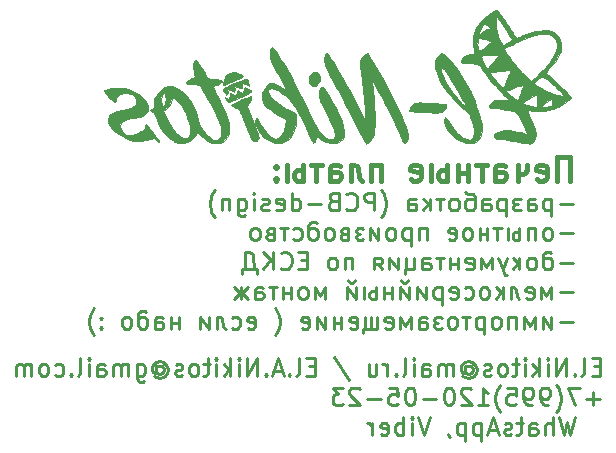
<source format=gbr>
G04 #@! TF.GenerationSoftware,KiCad,Pcbnew,(5.0.0-3-g5ebb6b6)*
G04 #@! TF.CreationDate,2019-02-10T22:36:41+03:00*
G04 #@! TF.ProjectId,mac,6D61632E6B696361645F706362000000,rev?*
G04 #@! TF.SameCoordinates,Original*
G04 #@! TF.FileFunction,Legend,Bot*
G04 #@! TF.FilePolarity,Positive*
%FSLAX46Y46*%
G04 Gerber Fmt 4.6, Leading zero omitted, Abs format (unit mm)*
G04 Created by KiCad (PCBNEW (5.0.0-3-g5ebb6b6)) date *
%MOMM*%
%LPD*%
G01*
G04 APERTURE LIST*
%ADD10C,0.400000*%
%ADD11C,0.250000*%
%ADD12C,0.010000*%
G04 APERTURE END LIST*
D10*
X132726190Y-76654761D02*
X132726190Y-74654761D01*
X131583333Y-74654761D01*
X131583333Y-76654761D01*
X129869047Y-76559523D02*
X130059523Y-76654761D01*
X130440476Y-76654761D01*
X130630952Y-76559523D01*
X130726190Y-76369047D01*
X130726190Y-75607142D01*
X130630952Y-75416666D01*
X130440476Y-75321428D01*
X130059523Y-75321428D01*
X129869047Y-75416666D01*
X129773809Y-75607142D01*
X129773809Y-75797619D01*
X130726190Y-75988095D01*
X128250000Y-75321428D02*
X128250000Y-76654761D01*
X129011904Y-75321428D02*
X129011904Y-75797619D01*
X128916666Y-75988095D01*
X128726190Y-76083333D01*
X128250000Y-76083333D01*
X126345238Y-76654761D02*
X126345238Y-75607142D01*
X126440476Y-75416666D01*
X126630952Y-75321428D01*
X127011904Y-75321428D01*
X127202380Y-75416666D01*
X126345238Y-76559523D02*
X126535714Y-76654761D01*
X127011904Y-76654761D01*
X127202380Y-76559523D01*
X127297619Y-76369047D01*
X127297619Y-76178571D01*
X127202380Y-75988095D01*
X127011904Y-75892857D01*
X126535714Y-75892857D01*
X126345238Y-75797619D01*
X125678571Y-75321428D02*
X124726190Y-75321428D01*
X125202380Y-75321428D02*
X125202380Y-76654761D01*
X124059523Y-75988095D02*
X123202380Y-75988095D01*
X124059523Y-75321428D02*
X124059523Y-76654761D01*
X123202380Y-75321428D02*
X123202380Y-76654761D01*
X120916666Y-75321428D02*
X120916666Y-76654761D01*
X122250000Y-75321428D02*
X122250000Y-76654761D01*
X121773809Y-76654761D01*
X121583333Y-76559523D01*
X121488095Y-76369047D01*
X121488095Y-76083333D01*
X121583333Y-75892857D01*
X121773809Y-75797619D01*
X122250000Y-75797619D01*
X119202380Y-76559523D02*
X119392857Y-76654761D01*
X119773809Y-76654761D01*
X119964285Y-76559523D01*
X120059523Y-76369047D01*
X120059523Y-75607142D01*
X119964285Y-75416666D01*
X119773809Y-75321428D01*
X119392857Y-75321428D01*
X119202380Y-75416666D01*
X119107142Y-75607142D01*
X119107142Y-75797619D01*
X120059523Y-75988095D01*
X116726190Y-76654761D02*
X116726190Y-75321428D01*
X115869047Y-75321428D01*
X115869047Y-76654761D01*
X114154761Y-76654761D02*
X114154761Y-75321428D01*
X114440476Y-75321428D01*
X114630952Y-75416666D01*
X114726190Y-75607142D01*
X114821428Y-76369047D01*
X114916666Y-76559523D01*
X115107142Y-76654761D01*
X112345238Y-76654761D02*
X112345238Y-75607142D01*
X112440476Y-75416666D01*
X112630952Y-75321428D01*
X113011904Y-75321428D01*
X113202380Y-75416666D01*
X112345238Y-76559523D02*
X112535714Y-76654761D01*
X113011904Y-76654761D01*
X113202380Y-76559523D01*
X113297619Y-76369047D01*
X113297619Y-76178571D01*
X113202380Y-75988095D01*
X113011904Y-75892857D01*
X112535714Y-75892857D01*
X112345238Y-75797619D01*
X111678571Y-75321428D02*
X110726190Y-75321428D01*
X111202380Y-75321428D02*
X111202380Y-76654761D01*
X108726190Y-75321428D02*
X108726190Y-76654761D01*
X110059523Y-75321428D02*
X110059523Y-76654761D01*
X109583333Y-76654761D01*
X109392857Y-76559523D01*
X109297619Y-76369047D01*
X109297619Y-76083333D01*
X109392857Y-75892857D01*
X109583333Y-75797619D01*
X110059523Y-75797619D01*
X107773809Y-76464285D02*
X107678571Y-76559523D01*
X107773809Y-76654761D01*
X107869047Y-76559523D01*
X107773809Y-76464285D01*
X107773809Y-76654761D01*
X107773809Y-75416666D02*
X107678571Y-75511904D01*
X107773809Y-75607142D01*
X107869047Y-75511904D01*
X107773809Y-75416666D01*
X107773809Y-75607142D01*
D11*
X132980357Y-78607142D02*
X131837500Y-78607142D01*
X131123214Y-78178571D02*
X131123214Y-79678571D01*
X131123214Y-78250000D02*
X130980357Y-78178571D01*
X130694642Y-78178571D01*
X130551785Y-78250000D01*
X130480357Y-78321428D01*
X130408928Y-78464285D01*
X130408928Y-78892857D01*
X130480357Y-79035714D01*
X130551785Y-79107142D01*
X130694642Y-79178571D01*
X130980357Y-79178571D01*
X131123214Y-79107142D01*
X129123214Y-79178571D02*
X129123214Y-78392857D01*
X129194642Y-78250000D01*
X129337500Y-78178571D01*
X129623214Y-78178571D01*
X129766071Y-78250000D01*
X129123214Y-79107142D02*
X129266071Y-79178571D01*
X129623214Y-79178571D01*
X129766071Y-79107142D01*
X129837500Y-78964285D01*
X129837500Y-78821428D01*
X129766071Y-78678571D01*
X129623214Y-78607142D01*
X129266071Y-78607142D01*
X129123214Y-78535714D01*
X128266071Y-78678571D02*
X128123214Y-78678571D01*
X128551785Y-78250000D02*
X128408928Y-78178571D01*
X128123214Y-78178571D01*
X127980357Y-78250000D01*
X127908928Y-78392857D01*
X127908928Y-78464285D01*
X127980357Y-78607142D01*
X128123214Y-78678571D01*
X127980357Y-78750000D01*
X127908928Y-78892857D01*
X127908928Y-78964285D01*
X127980357Y-79107142D01*
X128123214Y-79178571D01*
X128408928Y-79178571D01*
X128551785Y-79107142D01*
X127266071Y-78178571D02*
X127266071Y-79678571D01*
X127266071Y-78250000D02*
X127123214Y-78178571D01*
X126837500Y-78178571D01*
X126694642Y-78250000D01*
X126623214Y-78321428D01*
X126551785Y-78464285D01*
X126551785Y-78892857D01*
X126623214Y-79035714D01*
X126694642Y-79107142D01*
X126837500Y-79178571D01*
X127123214Y-79178571D01*
X127266071Y-79107142D01*
X125266071Y-79178571D02*
X125266071Y-78392857D01*
X125337500Y-78250000D01*
X125480357Y-78178571D01*
X125766071Y-78178571D01*
X125908928Y-78250000D01*
X125266071Y-79107142D02*
X125408928Y-79178571D01*
X125766071Y-79178571D01*
X125908928Y-79107142D01*
X125980357Y-78964285D01*
X125980357Y-78821428D01*
X125908928Y-78678571D01*
X125766071Y-78607142D01*
X125408928Y-78607142D01*
X125266071Y-78535714D01*
X123837500Y-77607142D02*
X123908928Y-77678571D01*
X124051785Y-77750000D01*
X124337500Y-77750000D01*
X124480357Y-77821428D01*
X124551785Y-77892857D01*
X124623214Y-78035714D01*
X124623214Y-78892857D01*
X124551785Y-79035714D01*
X124480357Y-79107142D01*
X124337500Y-79178571D01*
X124123214Y-79178571D01*
X123980357Y-79107142D01*
X123908928Y-79035714D01*
X123837500Y-78892857D01*
X123837500Y-78464285D01*
X123908928Y-78321428D01*
X123980357Y-78250000D01*
X124123214Y-78178571D01*
X124408928Y-78178571D01*
X124551785Y-78250000D01*
X124623214Y-78321428D01*
X122980357Y-79178571D02*
X123123214Y-79107142D01*
X123194642Y-79035714D01*
X123266071Y-78892857D01*
X123266071Y-78464285D01*
X123194642Y-78321428D01*
X123123214Y-78250000D01*
X122980357Y-78178571D01*
X122766071Y-78178571D01*
X122623214Y-78250000D01*
X122551785Y-78321428D01*
X122480357Y-78464285D01*
X122480357Y-78892857D01*
X122551785Y-79035714D01*
X122623214Y-79107142D01*
X122766071Y-79178571D01*
X122980357Y-79178571D01*
X122051785Y-78178571D02*
X121337500Y-78178571D01*
X121694642Y-78178571D02*
X121694642Y-79178571D01*
X120837500Y-78178571D02*
X120837500Y-79178571D01*
X120694642Y-78607142D02*
X120266071Y-79178571D01*
X120266071Y-78178571D02*
X120837500Y-78750000D01*
X118980357Y-79178571D02*
X118980357Y-78392857D01*
X119051785Y-78250000D01*
X119194642Y-78178571D01*
X119480357Y-78178571D01*
X119623214Y-78250000D01*
X118980357Y-79107142D02*
X119123214Y-79178571D01*
X119480357Y-79178571D01*
X119623214Y-79107142D01*
X119694642Y-78964285D01*
X119694642Y-78821428D01*
X119623214Y-78678571D01*
X119480357Y-78607142D01*
X119123214Y-78607142D01*
X118980357Y-78535714D01*
X116694642Y-79750000D02*
X116766071Y-79678571D01*
X116908928Y-79464285D01*
X116980357Y-79321428D01*
X117051785Y-79107142D01*
X117123214Y-78750000D01*
X117123214Y-78464285D01*
X117051785Y-78107142D01*
X116980357Y-77892857D01*
X116908928Y-77750000D01*
X116766071Y-77535714D01*
X116694642Y-77464285D01*
X116123214Y-79178571D02*
X116123214Y-77678571D01*
X115551785Y-77678571D01*
X115408928Y-77750000D01*
X115337500Y-77821428D01*
X115266071Y-77964285D01*
X115266071Y-78178571D01*
X115337500Y-78321428D01*
X115408928Y-78392857D01*
X115551785Y-78464285D01*
X116123214Y-78464285D01*
X113766071Y-79035714D02*
X113837500Y-79107142D01*
X114051785Y-79178571D01*
X114194642Y-79178571D01*
X114408928Y-79107142D01*
X114551785Y-78964285D01*
X114623214Y-78821428D01*
X114694642Y-78535714D01*
X114694642Y-78321428D01*
X114623214Y-78035714D01*
X114551785Y-77892857D01*
X114408928Y-77750000D01*
X114194642Y-77678571D01*
X114051785Y-77678571D01*
X113837500Y-77750000D01*
X113766071Y-77821428D01*
X112623214Y-78392857D02*
X112408928Y-78464285D01*
X112337500Y-78535714D01*
X112266071Y-78678571D01*
X112266071Y-78892857D01*
X112337500Y-79035714D01*
X112408928Y-79107142D01*
X112551785Y-79178571D01*
X113123214Y-79178571D01*
X113123214Y-77678571D01*
X112623214Y-77678571D01*
X112480357Y-77750000D01*
X112408928Y-77821428D01*
X112337500Y-77964285D01*
X112337500Y-78107142D01*
X112408928Y-78250000D01*
X112480357Y-78321428D01*
X112623214Y-78392857D01*
X113123214Y-78392857D01*
X111623214Y-78607142D02*
X110480357Y-78607142D01*
X109123214Y-79178571D02*
X109123214Y-77678571D01*
X109123214Y-79107142D02*
X109266071Y-79178571D01*
X109551785Y-79178571D01*
X109694642Y-79107142D01*
X109766071Y-79035714D01*
X109837500Y-78892857D01*
X109837500Y-78464285D01*
X109766071Y-78321428D01*
X109694642Y-78250000D01*
X109551785Y-78178571D01*
X109266071Y-78178571D01*
X109123214Y-78250000D01*
X107837500Y-79107142D02*
X107980357Y-79178571D01*
X108266071Y-79178571D01*
X108408928Y-79107142D01*
X108480357Y-78964285D01*
X108480357Y-78392857D01*
X108408928Y-78250000D01*
X108266071Y-78178571D01*
X107980357Y-78178571D01*
X107837500Y-78250000D01*
X107766071Y-78392857D01*
X107766071Y-78535714D01*
X108480357Y-78678571D01*
X107194642Y-79107142D02*
X107051785Y-79178571D01*
X106766071Y-79178571D01*
X106623214Y-79107142D01*
X106551785Y-78964285D01*
X106551785Y-78892857D01*
X106623214Y-78750000D01*
X106766071Y-78678571D01*
X106980357Y-78678571D01*
X107123214Y-78607142D01*
X107194642Y-78464285D01*
X107194642Y-78392857D01*
X107123214Y-78250000D01*
X106980357Y-78178571D01*
X106766071Y-78178571D01*
X106623214Y-78250000D01*
X105908928Y-79178571D02*
X105908928Y-78178571D01*
X105908928Y-77678571D02*
X105980357Y-77750000D01*
X105908928Y-77821428D01*
X105837500Y-77750000D01*
X105908928Y-77678571D01*
X105908928Y-77821428D01*
X104551785Y-78178571D02*
X104551785Y-79392857D01*
X104623214Y-79535714D01*
X104694642Y-79607142D01*
X104837500Y-79678571D01*
X105051785Y-79678571D01*
X105194642Y-79607142D01*
X104551785Y-79107142D02*
X104694642Y-79178571D01*
X104980357Y-79178571D01*
X105123214Y-79107142D01*
X105194642Y-79035714D01*
X105266071Y-78892857D01*
X105266071Y-78464285D01*
X105194642Y-78321428D01*
X105123214Y-78250000D01*
X104980357Y-78178571D01*
X104694642Y-78178571D01*
X104551785Y-78250000D01*
X103837500Y-78178571D02*
X103837500Y-79178571D01*
X103837500Y-78321428D02*
X103766071Y-78250000D01*
X103623214Y-78178571D01*
X103408928Y-78178571D01*
X103266071Y-78250000D01*
X103194642Y-78392857D01*
X103194642Y-79178571D01*
X102623214Y-79750000D02*
X102551785Y-79678571D01*
X102408928Y-79464285D01*
X102337500Y-79321428D01*
X102266071Y-79107142D01*
X102194642Y-78750000D01*
X102194642Y-78464285D01*
X102266071Y-78107142D01*
X102337500Y-77892857D01*
X102408928Y-77750000D01*
X102551785Y-77535714D01*
X102623214Y-77464285D01*
X132980357Y-81107142D02*
X131837500Y-81107142D01*
X130908928Y-81678571D02*
X131051785Y-81607142D01*
X131123214Y-81535714D01*
X131194642Y-81392857D01*
X131194642Y-80964285D01*
X131123214Y-80821428D01*
X131051785Y-80750000D01*
X130908928Y-80678571D01*
X130694642Y-80678571D01*
X130551785Y-80750000D01*
X130480357Y-80821428D01*
X130408928Y-80964285D01*
X130408928Y-81392857D01*
X130480357Y-81535714D01*
X130551785Y-81607142D01*
X130694642Y-81678571D01*
X130908928Y-81678571D01*
X129766071Y-81678571D02*
X129766071Y-80678571D01*
X129123214Y-80678571D01*
X129123214Y-81678571D01*
X127408928Y-80678571D02*
X127408928Y-81678571D01*
X128408928Y-80678571D02*
X128408928Y-81678571D01*
X128051785Y-81678571D01*
X127908928Y-81607142D01*
X127837500Y-81464285D01*
X127837500Y-81250000D01*
X127908928Y-81107142D01*
X128051785Y-81035714D01*
X128408928Y-81035714D01*
X126908928Y-80678571D02*
X126194642Y-80678571D01*
X126551785Y-80678571D02*
X126551785Y-81678571D01*
X125694642Y-81178571D02*
X125051785Y-81178571D01*
X125694642Y-80678571D02*
X125694642Y-81678571D01*
X125051785Y-80678571D02*
X125051785Y-81678571D01*
X124123214Y-81678571D02*
X124266071Y-81607142D01*
X124337500Y-81535714D01*
X124408928Y-81392857D01*
X124408928Y-80964285D01*
X124337500Y-80821428D01*
X124266071Y-80750000D01*
X124123214Y-80678571D01*
X123908928Y-80678571D01*
X123766071Y-80750000D01*
X123694642Y-80821428D01*
X123623214Y-80964285D01*
X123623214Y-81392857D01*
X123694642Y-81535714D01*
X123766071Y-81607142D01*
X123908928Y-81678571D01*
X124123214Y-81678571D01*
X122408928Y-81607142D02*
X122551785Y-81678571D01*
X122837500Y-81678571D01*
X122980357Y-81607142D01*
X123051785Y-81464285D01*
X123051785Y-80892857D01*
X122980357Y-80750000D01*
X122837500Y-80678571D01*
X122551785Y-80678571D01*
X122408928Y-80750000D01*
X122337500Y-80892857D01*
X122337500Y-81035714D01*
X123051785Y-81178571D01*
X120551785Y-81678571D02*
X120551785Y-80678571D01*
X119908928Y-80678571D01*
X119908928Y-81678571D01*
X119194642Y-80678571D02*
X119194642Y-82178571D01*
X119194642Y-80750000D02*
X119051785Y-80678571D01*
X118766071Y-80678571D01*
X118623214Y-80750000D01*
X118551785Y-80821428D01*
X118480357Y-80964285D01*
X118480357Y-81392857D01*
X118551785Y-81535714D01*
X118623214Y-81607142D01*
X118766071Y-81678571D01*
X119051785Y-81678571D01*
X119194642Y-81607142D01*
X117623214Y-81678571D02*
X117766071Y-81607142D01*
X117837500Y-81535714D01*
X117908928Y-81392857D01*
X117908928Y-80964285D01*
X117837500Y-80821428D01*
X117766071Y-80750000D01*
X117623214Y-80678571D01*
X117408928Y-80678571D01*
X117266071Y-80750000D01*
X117194642Y-80821428D01*
X117123214Y-80964285D01*
X117123214Y-81392857D01*
X117194642Y-81535714D01*
X117266071Y-81607142D01*
X117408928Y-81678571D01*
X117623214Y-81678571D01*
X116480357Y-80678571D02*
X116480357Y-81678571D01*
X115766071Y-80678571D01*
X115766071Y-81678571D01*
X114908928Y-81178571D02*
X114766071Y-81178571D01*
X115194642Y-80750000D02*
X115051785Y-80678571D01*
X114766071Y-80678571D01*
X114623214Y-80750000D01*
X114551785Y-80892857D01*
X114551785Y-80964285D01*
X114623214Y-81107142D01*
X114766071Y-81178571D01*
X114623214Y-81250000D01*
X114551785Y-81392857D01*
X114551785Y-81464285D01*
X114623214Y-81607142D01*
X114766071Y-81678571D01*
X115051785Y-81678571D01*
X115194642Y-81607142D01*
X113551785Y-81178571D02*
X113337500Y-81250000D01*
X113266071Y-81392857D01*
X113266071Y-81464285D01*
X113337500Y-81607142D01*
X113480357Y-81678571D01*
X113908928Y-81678571D01*
X113908928Y-80678571D01*
X113551785Y-80678571D01*
X113408928Y-80750000D01*
X113337500Y-80892857D01*
X113337500Y-80964285D01*
X113408928Y-81107142D01*
X113551785Y-81178571D01*
X113908928Y-81178571D01*
X112408928Y-81678571D02*
X112551785Y-81607142D01*
X112623214Y-81535714D01*
X112694642Y-81392857D01*
X112694642Y-80964285D01*
X112623214Y-80821428D01*
X112551785Y-80750000D01*
X112408928Y-80678571D01*
X112194642Y-80678571D01*
X112051785Y-80750000D01*
X111980357Y-80821428D01*
X111908928Y-80964285D01*
X111908928Y-81392857D01*
X111980357Y-81535714D01*
X112051785Y-81607142D01*
X112194642Y-81678571D01*
X112408928Y-81678571D01*
X110551785Y-80821428D02*
X110623214Y-80750000D01*
X110766071Y-80678571D01*
X111051785Y-80678571D01*
X111194642Y-80750000D01*
X111266071Y-80821428D01*
X111337500Y-80964285D01*
X111337500Y-81392857D01*
X111266071Y-81535714D01*
X111194642Y-81607142D01*
X111051785Y-81678571D01*
X110837500Y-81678571D01*
X110694642Y-81607142D01*
X110623214Y-81535714D01*
X110551785Y-81392857D01*
X110551785Y-80464285D01*
X110623214Y-80321428D01*
X110694642Y-80250000D01*
X110837500Y-80178571D01*
X111123214Y-80178571D01*
X111266071Y-80250000D01*
X109266071Y-81607142D02*
X109408928Y-81678571D01*
X109694642Y-81678571D01*
X109837500Y-81607142D01*
X109908928Y-81535714D01*
X109980357Y-81392857D01*
X109980357Y-80964285D01*
X109908928Y-80821428D01*
X109837500Y-80750000D01*
X109694642Y-80678571D01*
X109408928Y-80678571D01*
X109266071Y-80750000D01*
X108837500Y-80678571D02*
X108123214Y-80678571D01*
X108480357Y-80678571D02*
X108480357Y-81678571D01*
X107266071Y-81178571D02*
X107051785Y-81250000D01*
X106980357Y-81392857D01*
X106980357Y-81464285D01*
X107051785Y-81607142D01*
X107194642Y-81678571D01*
X107623214Y-81678571D01*
X107623214Y-80678571D01*
X107266071Y-80678571D01*
X107123214Y-80750000D01*
X107051785Y-80892857D01*
X107051785Y-80964285D01*
X107123214Y-81107142D01*
X107266071Y-81178571D01*
X107623214Y-81178571D01*
X106123214Y-81678571D02*
X106266071Y-81607142D01*
X106337500Y-81535714D01*
X106408928Y-81392857D01*
X106408928Y-80964285D01*
X106337500Y-80821428D01*
X106266071Y-80750000D01*
X106123214Y-80678571D01*
X105908928Y-80678571D01*
X105766071Y-80750000D01*
X105694642Y-80821428D01*
X105623214Y-80964285D01*
X105623214Y-81392857D01*
X105694642Y-81535714D01*
X105766071Y-81607142D01*
X105908928Y-81678571D01*
X106123214Y-81678571D01*
X132980357Y-83607142D02*
X131837500Y-83607142D01*
X130408928Y-83321428D02*
X130480357Y-83250000D01*
X130623214Y-83178571D01*
X130908928Y-83178571D01*
X131051785Y-83250000D01*
X131123214Y-83321428D01*
X131194642Y-83464285D01*
X131194642Y-83892857D01*
X131123214Y-84035714D01*
X131051785Y-84107142D01*
X130908928Y-84178571D01*
X130694642Y-84178571D01*
X130551785Y-84107142D01*
X130480357Y-84035714D01*
X130408928Y-83892857D01*
X130408928Y-82964285D01*
X130480357Y-82821428D01*
X130551785Y-82750000D01*
X130694642Y-82678571D01*
X130980357Y-82678571D01*
X131123214Y-82750000D01*
X129551785Y-84178571D02*
X129694642Y-84107142D01*
X129766071Y-84035714D01*
X129837500Y-83892857D01*
X129837500Y-83464285D01*
X129766071Y-83321428D01*
X129694642Y-83250000D01*
X129551785Y-83178571D01*
X129337500Y-83178571D01*
X129194642Y-83250000D01*
X129123214Y-83321428D01*
X129051785Y-83464285D01*
X129051785Y-83892857D01*
X129123214Y-84035714D01*
X129194642Y-84107142D01*
X129337500Y-84178571D01*
X129551785Y-84178571D01*
X128408928Y-83178571D02*
X128408928Y-84178571D01*
X128266071Y-83607142D02*
X127837500Y-84178571D01*
X127837500Y-83178571D02*
X128408928Y-83750000D01*
X127337500Y-83178571D02*
X126980357Y-84178571D01*
X126623214Y-83178571D02*
X126980357Y-84178571D01*
X127123214Y-84535714D01*
X127194642Y-84607142D01*
X127337500Y-84678571D01*
X126051785Y-84178571D02*
X126051785Y-83178571D01*
X125623214Y-83964285D01*
X125194642Y-83178571D01*
X125194642Y-84178571D01*
X123908928Y-84107142D02*
X124051785Y-84178571D01*
X124337500Y-84178571D01*
X124480357Y-84107142D01*
X124551785Y-83964285D01*
X124551785Y-83392857D01*
X124480357Y-83250000D01*
X124337500Y-83178571D01*
X124051785Y-83178571D01*
X123908928Y-83250000D01*
X123837500Y-83392857D01*
X123837500Y-83535714D01*
X124551785Y-83678571D01*
X123194642Y-83678571D02*
X122551785Y-83678571D01*
X123194642Y-83178571D02*
X123194642Y-84178571D01*
X122551785Y-83178571D02*
X122551785Y-84178571D01*
X122051785Y-83178571D02*
X121337500Y-83178571D01*
X121694642Y-83178571D02*
X121694642Y-84178571D01*
X120194642Y-84178571D02*
X120194642Y-83392857D01*
X120266071Y-83250000D01*
X120408928Y-83178571D01*
X120694642Y-83178571D01*
X120837500Y-83250000D01*
X120194642Y-84107142D02*
X120337500Y-84178571D01*
X120694642Y-84178571D01*
X120837500Y-84107142D01*
X120908928Y-83964285D01*
X120908928Y-83821428D01*
X120837500Y-83678571D01*
X120694642Y-83607142D01*
X120337500Y-83607142D01*
X120194642Y-83535714D01*
X118837500Y-83178571D02*
X118837500Y-84178571D01*
X119480357Y-83178571D02*
X119480357Y-84178571D01*
X118694642Y-84178571D01*
X118694642Y-84535714D01*
X118123214Y-83178571D02*
X118123214Y-84178571D01*
X117408928Y-83178571D01*
X117408928Y-84178571D01*
X116408928Y-83750000D02*
X116766071Y-84178571D01*
X116123214Y-84178571D02*
X116123214Y-83178571D01*
X116551785Y-83178571D01*
X116694642Y-83250000D01*
X116766071Y-83392857D01*
X116766071Y-83535714D01*
X116694642Y-83678571D01*
X116551785Y-83750000D01*
X116123214Y-83750000D01*
X114266071Y-84178571D02*
X114266071Y-83178571D01*
X113623214Y-83178571D01*
X113623214Y-84178571D01*
X112694642Y-84178571D02*
X112837500Y-84107142D01*
X112908928Y-84035714D01*
X112980357Y-83892857D01*
X112980357Y-83464285D01*
X112908928Y-83321428D01*
X112837500Y-83250000D01*
X112694642Y-83178571D01*
X112480357Y-83178571D01*
X112337500Y-83250000D01*
X112266071Y-83321428D01*
X112194642Y-83464285D01*
X112194642Y-83892857D01*
X112266071Y-84035714D01*
X112337500Y-84107142D01*
X112480357Y-84178571D01*
X112694642Y-84178571D01*
X110408928Y-83392857D02*
X109908928Y-83392857D01*
X109694642Y-84178571D02*
X110408928Y-84178571D01*
X110408928Y-82678571D01*
X109694642Y-82678571D01*
X108194642Y-84035714D02*
X108266071Y-84107142D01*
X108480357Y-84178571D01*
X108623214Y-84178571D01*
X108837500Y-84107142D01*
X108980357Y-83964285D01*
X109051785Y-83821428D01*
X109123214Y-83535714D01*
X109123214Y-83321428D01*
X109051785Y-83035714D01*
X108980357Y-82892857D01*
X108837500Y-82750000D01*
X108623214Y-82678571D01*
X108480357Y-82678571D01*
X108266071Y-82750000D01*
X108194642Y-82821428D01*
X107551785Y-84178571D02*
X107551785Y-82678571D01*
X106694642Y-84178571D02*
X107337500Y-83321428D01*
X106694642Y-82678571D02*
X107551785Y-83535714D01*
X104908928Y-84535714D02*
X104908928Y-84178571D01*
X106194642Y-84178571D01*
X106194642Y-84535714D01*
X105194642Y-84178571D02*
X105194642Y-82678571D01*
X105551785Y-82678571D01*
X105694642Y-82750000D01*
X105766071Y-82821428D01*
X105837500Y-82964285D01*
X105980357Y-84178571D01*
X132980357Y-86107142D02*
X131837500Y-86107142D01*
X131123214Y-86678571D02*
X131123214Y-85678571D01*
X130694642Y-86464285D01*
X130266071Y-85678571D01*
X130266071Y-86678571D01*
X128980357Y-86607142D02*
X129123214Y-86678571D01*
X129408928Y-86678571D01*
X129551785Y-86607142D01*
X129623214Y-86464285D01*
X129623214Y-85892857D01*
X129551785Y-85750000D01*
X129408928Y-85678571D01*
X129123214Y-85678571D01*
X128980357Y-85750000D01*
X128908928Y-85892857D01*
X128908928Y-86035714D01*
X129623214Y-86178571D01*
X127694642Y-86678571D02*
X127694642Y-85678571D01*
X127908928Y-85678571D01*
X128051785Y-85750000D01*
X128123214Y-85892857D01*
X128194642Y-86464285D01*
X128266071Y-86607142D01*
X128408928Y-86678571D01*
X126980357Y-85678571D02*
X126980357Y-86678571D01*
X126837499Y-86107142D02*
X126408928Y-86678571D01*
X126408928Y-85678571D02*
X126980357Y-86250000D01*
X125551785Y-86678571D02*
X125694642Y-86607142D01*
X125766071Y-86535714D01*
X125837499Y-86392857D01*
X125837499Y-85964285D01*
X125766071Y-85821428D01*
X125694642Y-85750000D01*
X125551785Y-85678571D01*
X125337499Y-85678571D01*
X125194642Y-85750000D01*
X125123214Y-85821428D01*
X125051785Y-85964285D01*
X125051785Y-86392857D01*
X125123214Y-86535714D01*
X125194642Y-86607142D01*
X125337499Y-86678571D01*
X125551785Y-86678571D01*
X123766071Y-86607142D02*
X123908928Y-86678571D01*
X124194642Y-86678571D01*
X124337499Y-86607142D01*
X124408928Y-86535714D01*
X124480357Y-86392857D01*
X124480357Y-85964285D01*
X124408928Y-85821428D01*
X124337499Y-85750000D01*
X124194642Y-85678571D01*
X123908928Y-85678571D01*
X123766071Y-85750000D01*
X122551785Y-86607142D02*
X122694642Y-86678571D01*
X122980357Y-86678571D01*
X123123214Y-86607142D01*
X123194642Y-86464285D01*
X123194642Y-85892857D01*
X123123214Y-85750000D01*
X122980357Y-85678571D01*
X122694642Y-85678571D01*
X122551785Y-85750000D01*
X122480357Y-85892857D01*
X122480357Y-86035714D01*
X123194642Y-86178571D01*
X121837499Y-85678571D02*
X121837499Y-87178571D01*
X121837499Y-85750000D02*
X121694642Y-85678571D01*
X121408928Y-85678571D01*
X121266071Y-85750000D01*
X121194642Y-85821428D01*
X121123214Y-85964285D01*
X121123214Y-86392857D01*
X121194642Y-86535714D01*
X121266071Y-86607142D01*
X121408928Y-86678571D01*
X121694642Y-86678571D01*
X121837499Y-86607142D01*
X120480357Y-85678571D02*
X120480357Y-86678571D01*
X119766071Y-85678571D01*
X119766071Y-86678571D01*
X119051785Y-85678571D02*
X119051785Y-86678571D01*
X118337499Y-85678571D01*
X118337499Y-86678571D01*
X118980357Y-85107142D02*
X118908928Y-85250000D01*
X118766071Y-85321428D01*
X118623214Y-85321428D01*
X118480357Y-85250000D01*
X118408928Y-85107142D01*
X117623214Y-86178571D02*
X116980357Y-86178571D01*
X117623214Y-85678571D02*
X117623214Y-86678571D01*
X116980357Y-85678571D02*
X116980357Y-86678571D01*
X115266071Y-85678571D02*
X115266071Y-86678571D01*
X116266071Y-85678571D02*
X116266071Y-86678571D01*
X115908928Y-86678571D01*
X115766071Y-86607142D01*
X115694642Y-86464285D01*
X115694642Y-86250000D01*
X115766071Y-86107142D01*
X115908928Y-86035714D01*
X116266071Y-86035714D01*
X114551785Y-85678571D02*
X114551785Y-86678571D01*
X113837499Y-85678571D01*
X113837499Y-86678571D01*
X114480357Y-85107142D02*
X114408928Y-85250000D01*
X114266071Y-85321428D01*
X114123214Y-85321428D01*
X113980357Y-85250000D01*
X113908928Y-85107142D01*
X111980357Y-86678571D02*
X111980357Y-85678571D01*
X111551785Y-86464285D01*
X111123214Y-85678571D01*
X111123214Y-86678571D01*
X110194642Y-86678571D02*
X110337499Y-86607142D01*
X110408928Y-86535714D01*
X110480357Y-86392857D01*
X110480357Y-85964285D01*
X110408928Y-85821428D01*
X110337499Y-85750000D01*
X110194642Y-85678571D01*
X109980357Y-85678571D01*
X109837499Y-85750000D01*
X109766071Y-85821428D01*
X109694642Y-85964285D01*
X109694642Y-86392857D01*
X109766071Y-86535714D01*
X109837499Y-86607142D01*
X109980357Y-86678571D01*
X110194642Y-86678571D01*
X109051785Y-86178571D02*
X108408928Y-86178571D01*
X109051785Y-85678571D02*
X109051785Y-86678571D01*
X108408928Y-85678571D02*
X108408928Y-86678571D01*
X107908928Y-85678571D02*
X107194642Y-85678571D01*
X107551785Y-85678571D02*
X107551785Y-86678571D01*
X106051785Y-86678571D02*
X106051785Y-85892857D01*
X106123214Y-85750000D01*
X106266071Y-85678571D01*
X106551785Y-85678571D01*
X106694642Y-85750000D01*
X106051785Y-86607142D02*
X106194642Y-86678571D01*
X106551785Y-86678571D01*
X106694642Y-86607142D01*
X106766071Y-86464285D01*
X106766071Y-86321428D01*
X106694642Y-86178571D01*
X106551785Y-86107142D01*
X106194642Y-86107142D01*
X106051785Y-86035714D01*
X104908928Y-86178571D02*
X105408928Y-86678571D01*
X104837499Y-86250000D02*
X105408928Y-85678571D01*
X104837499Y-85678571D02*
X104837499Y-86678571D01*
X104266071Y-86678571D02*
X104766071Y-86178571D01*
X104266071Y-85678571D02*
X104837499Y-86250000D01*
X132980357Y-88607142D02*
X131837500Y-88607142D01*
X131123214Y-88178571D02*
X131123214Y-89178571D01*
X130408928Y-88178571D01*
X130408928Y-89178571D01*
X129694642Y-89178571D02*
X129694642Y-88178571D01*
X129266071Y-88964285D01*
X128837500Y-88178571D01*
X128837500Y-89178571D01*
X128123214Y-89178571D02*
X128123214Y-88178571D01*
X127480357Y-88178571D01*
X127480357Y-89178571D01*
X126551785Y-89178571D02*
X126694642Y-89107142D01*
X126766071Y-89035714D01*
X126837500Y-88892857D01*
X126837500Y-88464285D01*
X126766071Y-88321428D01*
X126694642Y-88250000D01*
X126551785Y-88178571D01*
X126337500Y-88178571D01*
X126194642Y-88250000D01*
X126123214Y-88321428D01*
X126051785Y-88464285D01*
X126051785Y-88892857D01*
X126123214Y-89035714D01*
X126194642Y-89107142D01*
X126337500Y-89178571D01*
X126551785Y-89178571D01*
X125408928Y-88178571D02*
X125408928Y-89678571D01*
X125408928Y-88250000D02*
X125266071Y-88178571D01*
X124980357Y-88178571D01*
X124837499Y-88250000D01*
X124766071Y-88321428D01*
X124694642Y-88464285D01*
X124694642Y-88892857D01*
X124766071Y-89035714D01*
X124837499Y-89107142D01*
X124980357Y-89178571D01*
X125266071Y-89178571D01*
X125408928Y-89107142D01*
X124266071Y-88178571D02*
X123551785Y-88178571D01*
X123908928Y-88178571D02*
X123908928Y-89178571D01*
X122837499Y-89178571D02*
X122980357Y-89107142D01*
X123051785Y-89035714D01*
X123123214Y-88892857D01*
X123123214Y-88464285D01*
X123051785Y-88321428D01*
X122980357Y-88250000D01*
X122837499Y-88178571D01*
X122623214Y-88178571D01*
X122480357Y-88250000D01*
X122408928Y-88321428D01*
X122337499Y-88464285D01*
X122337499Y-88892857D01*
X122408928Y-89035714D01*
X122480357Y-89107142D01*
X122623214Y-89178571D01*
X122837499Y-89178571D01*
X121551785Y-88678571D02*
X121408928Y-88678571D01*
X121837499Y-88250000D02*
X121694642Y-88178571D01*
X121408928Y-88178571D01*
X121266071Y-88250000D01*
X121194642Y-88392857D01*
X121194642Y-88464285D01*
X121266071Y-88607142D01*
X121408928Y-88678571D01*
X121266071Y-88750000D01*
X121194642Y-88892857D01*
X121194642Y-88964285D01*
X121266071Y-89107142D01*
X121408928Y-89178571D01*
X121694642Y-89178571D01*
X121837499Y-89107142D01*
X119908928Y-89178571D02*
X119908928Y-88392857D01*
X119980357Y-88250000D01*
X120123214Y-88178571D01*
X120408928Y-88178571D01*
X120551785Y-88250000D01*
X119908928Y-89107142D02*
X120051785Y-89178571D01*
X120408928Y-89178571D01*
X120551785Y-89107142D01*
X120623214Y-88964285D01*
X120623214Y-88821428D01*
X120551785Y-88678571D01*
X120408928Y-88607142D01*
X120051785Y-88607142D01*
X119908928Y-88535714D01*
X119194642Y-89178571D02*
X119194642Y-88178571D01*
X118766071Y-88964285D01*
X118337499Y-88178571D01*
X118337499Y-89178571D01*
X117051785Y-89107142D02*
X117194642Y-89178571D01*
X117480357Y-89178571D01*
X117623214Y-89107142D01*
X117694642Y-88964285D01*
X117694642Y-88392857D01*
X117623214Y-88250000D01*
X117480357Y-88178571D01*
X117194642Y-88178571D01*
X117051785Y-88250000D01*
X116980357Y-88392857D01*
X116980357Y-88535714D01*
X117694642Y-88678571D01*
X115837499Y-88178571D02*
X115837499Y-89178571D01*
X116337499Y-88178571D02*
X116337499Y-89178571D01*
X115337499Y-89178571D01*
X115337499Y-88178571D01*
X115337499Y-89178571D02*
X115194642Y-89178571D01*
X115194642Y-89535714D01*
X114051785Y-89107142D02*
X114194642Y-89178571D01*
X114480357Y-89178571D01*
X114623214Y-89107142D01*
X114694642Y-88964285D01*
X114694642Y-88392857D01*
X114623214Y-88250000D01*
X114480357Y-88178571D01*
X114194642Y-88178571D01*
X114051785Y-88250000D01*
X113980357Y-88392857D01*
X113980357Y-88535714D01*
X114694642Y-88678571D01*
X113337499Y-88678571D02*
X112694642Y-88678571D01*
X113337499Y-88178571D02*
X113337499Y-89178571D01*
X112694642Y-88178571D02*
X112694642Y-89178571D01*
X111980357Y-88178571D02*
X111980357Y-89178571D01*
X111266071Y-88178571D01*
X111266071Y-89178571D01*
X109980357Y-89107142D02*
X110123214Y-89178571D01*
X110408928Y-89178571D01*
X110551785Y-89107142D01*
X110623214Y-88964285D01*
X110623214Y-88392857D01*
X110551785Y-88250000D01*
X110408928Y-88178571D01*
X110123214Y-88178571D01*
X109980357Y-88250000D01*
X109908928Y-88392857D01*
X109908928Y-88535714D01*
X110623214Y-88678571D01*
X107694642Y-89750000D02*
X107766071Y-89678571D01*
X107908928Y-89464285D01*
X107980357Y-89321428D01*
X108051785Y-89107142D01*
X108123214Y-88750000D01*
X108123214Y-88464285D01*
X108051785Y-88107142D01*
X107980357Y-87892857D01*
X107908928Y-87750000D01*
X107766071Y-87535714D01*
X107694642Y-87464285D01*
X105408928Y-89107142D02*
X105551785Y-89178571D01*
X105837499Y-89178571D01*
X105980357Y-89107142D01*
X106051785Y-88964285D01*
X106051785Y-88392857D01*
X105980357Y-88250000D01*
X105837499Y-88178571D01*
X105551785Y-88178571D01*
X105408928Y-88250000D01*
X105337499Y-88392857D01*
X105337499Y-88535714D01*
X106051785Y-88678571D01*
X104051785Y-89107142D02*
X104194642Y-89178571D01*
X104480357Y-89178571D01*
X104623214Y-89107142D01*
X104694642Y-89035714D01*
X104766071Y-88892857D01*
X104766071Y-88464285D01*
X104694642Y-88321428D01*
X104623214Y-88250000D01*
X104480357Y-88178571D01*
X104194642Y-88178571D01*
X104051785Y-88250000D01*
X102837499Y-89178571D02*
X102837499Y-88178571D01*
X103051785Y-88178571D01*
X103194642Y-88250000D01*
X103266071Y-88392857D01*
X103337499Y-88964285D01*
X103408928Y-89107142D01*
X103551785Y-89178571D01*
X102123214Y-88178571D02*
X102123214Y-89178571D01*
X101408928Y-88178571D01*
X101408928Y-89178571D01*
X99551785Y-88678571D02*
X98908928Y-88678571D01*
X99551785Y-88178571D02*
X99551785Y-89178571D01*
X98908928Y-88178571D02*
X98908928Y-89178571D01*
X97551785Y-89178571D02*
X97551785Y-88392857D01*
X97623214Y-88250000D01*
X97766071Y-88178571D01*
X98051785Y-88178571D01*
X98194642Y-88250000D01*
X97551785Y-89107142D02*
X97694642Y-89178571D01*
X98051785Y-89178571D01*
X98194642Y-89107142D01*
X98266071Y-88964285D01*
X98266071Y-88821428D01*
X98194642Y-88678571D01*
X98051785Y-88607142D01*
X97694642Y-88607142D01*
X97551785Y-88535714D01*
X96123214Y-88321428D02*
X96194642Y-88250000D01*
X96337499Y-88178571D01*
X96623214Y-88178571D01*
X96766071Y-88250000D01*
X96837499Y-88321428D01*
X96908928Y-88464285D01*
X96908928Y-88892857D01*
X96837499Y-89035714D01*
X96766071Y-89107142D01*
X96623214Y-89178571D01*
X96408928Y-89178571D01*
X96266071Y-89107142D01*
X96194642Y-89035714D01*
X96123214Y-88892857D01*
X96123214Y-87964285D01*
X96194642Y-87821428D01*
X96266071Y-87750000D01*
X96408928Y-87678571D01*
X96694642Y-87678571D01*
X96837499Y-87750000D01*
X95266071Y-89178571D02*
X95408928Y-89107142D01*
X95480357Y-89035714D01*
X95551785Y-88892857D01*
X95551785Y-88464285D01*
X95480357Y-88321428D01*
X95408928Y-88250000D01*
X95266071Y-88178571D01*
X95051785Y-88178571D01*
X94908928Y-88250000D01*
X94837499Y-88321428D01*
X94766071Y-88464285D01*
X94766071Y-88892857D01*
X94837499Y-89035714D01*
X94908928Y-89107142D01*
X95051785Y-89178571D01*
X95266071Y-89178571D01*
X92980357Y-89035714D02*
X92908928Y-89107142D01*
X92980357Y-89178571D01*
X93051785Y-89107142D01*
X92980357Y-89035714D01*
X92980357Y-89178571D01*
X92980357Y-88250000D02*
X92908928Y-88321428D01*
X92980357Y-88392857D01*
X93051785Y-88321428D01*
X92980357Y-88250000D01*
X92980357Y-88392857D01*
X92408928Y-89750000D02*
X92337499Y-89678571D01*
X92194642Y-89464285D01*
X92123214Y-89321428D01*
X92051785Y-89107142D01*
X91980357Y-88750000D01*
X91980357Y-88464285D01*
X92051785Y-88107142D01*
X92123214Y-87892857D01*
X92194642Y-87750000D01*
X92337499Y-87535714D01*
X92408928Y-87464285D01*
X135230357Y-92392857D02*
X134730357Y-92392857D01*
X134516071Y-93178571D02*
X135230357Y-93178571D01*
X135230357Y-91678571D01*
X134516071Y-91678571D01*
X133658928Y-93178571D02*
X133801785Y-93107142D01*
X133873214Y-92964285D01*
X133873214Y-91678571D01*
X133087500Y-93035714D02*
X133016071Y-93107142D01*
X133087500Y-93178571D01*
X133158928Y-93107142D01*
X133087500Y-93035714D01*
X133087500Y-93178571D01*
X132373214Y-93178571D02*
X132373214Y-91678571D01*
X131516071Y-93178571D01*
X131516071Y-91678571D01*
X130801785Y-93178571D02*
X130801785Y-92178571D01*
X130801785Y-91678571D02*
X130873214Y-91750000D01*
X130801785Y-91821428D01*
X130730357Y-91750000D01*
X130801785Y-91678571D01*
X130801785Y-91821428D01*
X130087500Y-93178571D02*
X130087500Y-91678571D01*
X129944642Y-92607142D02*
X129516071Y-93178571D01*
X129516071Y-92178571D02*
X130087500Y-92750000D01*
X128873214Y-93178571D02*
X128873214Y-92178571D01*
X128873214Y-91678571D02*
X128944642Y-91750000D01*
X128873214Y-91821428D01*
X128801785Y-91750000D01*
X128873214Y-91678571D01*
X128873214Y-91821428D01*
X128373214Y-92178571D02*
X127801785Y-92178571D01*
X128158928Y-91678571D02*
X128158928Y-92964285D01*
X128087500Y-93107142D01*
X127944642Y-93178571D01*
X127801785Y-93178571D01*
X127087499Y-93178571D02*
X127230357Y-93107142D01*
X127301785Y-93035714D01*
X127373214Y-92892857D01*
X127373214Y-92464285D01*
X127301785Y-92321428D01*
X127230357Y-92250000D01*
X127087499Y-92178571D01*
X126873214Y-92178571D01*
X126730357Y-92250000D01*
X126658928Y-92321428D01*
X126587499Y-92464285D01*
X126587499Y-92892857D01*
X126658928Y-93035714D01*
X126730357Y-93107142D01*
X126873214Y-93178571D01*
X127087499Y-93178571D01*
X126016071Y-93107142D02*
X125873214Y-93178571D01*
X125587499Y-93178571D01*
X125444642Y-93107142D01*
X125373214Y-92964285D01*
X125373214Y-92892857D01*
X125444642Y-92750000D01*
X125587499Y-92678571D01*
X125801785Y-92678571D01*
X125944642Y-92607142D01*
X126016071Y-92464285D01*
X126016071Y-92392857D01*
X125944642Y-92250000D01*
X125801785Y-92178571D01*
X125587499Y-92178571D01*
X125444642Y-92250000D01*
X123801785Y-92464285D02*
X123873214Y-92392857D01*
X124016071Y-92321428D01*
X124158928Y-92321428D01*
X124301785Y-92392857D01*
X124373214Y-92464285D01*
X124444642Y-92607142D01*
X124444642Y-92750000D01*
X124373214Y-92892857D01*
X124301785Y-92964285D01*
X124158928Y-93035714D01*
X124016071Y-93035714D01*
X123873214Y-92964285D01*
X123801785Y-92892857D01*
X123801785Y-92321428D02*
X123801785Y-92892857D01*
X123730357Y-92964285D01*
X123658928Y-92964285D01*
X123516071Y-92892857D01*
X123444642Y-92750000D01*
X123444642Y-92392857D01*
X123587499Y-92178571D01*
X123801785Y-92035714D01*
X124087499Y-91964285D01*
X124373214Y-92035714D01*
X124587499Y-92178571D01*
X124730357Y-92392857D01*
X124801785Y-92678571D01*
X124730357Y-92964285D01*
X124587499Y-93178571D01*
X124373214Y-93321428D01*
X124087499Y-93392857D01*
X123801785Y-93321428D01*
X123587499Y-93178571D01*
X122801785Y-93178571D02*
X122801785Y-92178571D01*
X122801785Y-92321428D02*
X122730357Y-92250000D01*
X122587499Y-92178571D01*
X122373214Y-92178571D01*
X122230357Y-92250000D01*
X122158928Y-92392857D01*
X122158928Y-93178571D01*
X122158928Y-92392857D02*
X122087499Y-92250000D01*
X121944642Y-92178571D01*
X121730357Y-92178571D01*
X121587499Y-92250000D01*
X121516071Y-92392857D01*
X121516071Y-93178571D01*
X120158928Y-93178571D02*
X120158928Y-92392857D01*
X120230357Y-92250000D01*
X120373214Y-92178571D01*
X120658928Y-92178571D01*
X120801785Y-92250000D01*
X120158928Y-93107142D02*
X120301785Y-93178571D01*
X120658928Y-93178571D01*
X120801785Y-93107142D01*
X120873214Y-92964285D01*
X120873214Y-92821428D01*
X120801785Y-92678571D01*
X120658928Y-92607142D01*
X120301785Y-92607142D01*
X120158928Y-92535714D01*
X119444642Y-93178571D02*
X119444642Y-92178571D01*
X119444642Y-91678571D02*
X119516071Y-91750000D01*
X119444642Y-91821428D01*
X119373214Y-91750000D01*
X119444642Y-91678571D01*
X119444642Y-91821428D01*
X118516071Y-93178571D02*
X118658928Y-93107142D01*
X118730357Y-92964285D01*
X118730357Y-91678571D01*
X117944642Y-93035714D02*
X117873214Y-93107142D01*
X117944642Y-93178571D01*
X118016071Y-93107142D01*
X117944642Y-93035714D01*
X117944642Y-93178571D01*
X117230357Y-93178571D02*
X117230357Y-92178571D01*
X117230357Y-92464285D02*
X117158928Y-92321428D01*
X117087499Y-92250000D01*
X116944642Y-92178571D01*
X116801785Y-92178571D01*
X115658928Y-92178571D02*
X115658928Y-93178571D01*
X116301785Y-92178571D02*
X116301785Y-92964285D01*
X116230357Y-93107142D01*
X116087499Y-93178571D01*
X115873214Y-93178571D01*
X115730357Y-93107142D01*
X115658928Y-93035714D01*
X112730357Y-91607142D02*
X114016071Y-93535714D01*
X111087499Y-92392857D02*
X110587499Y-92392857D01*
X110373214Y-93178571D02*
X111087499Y-93178571D01*
X111087499Y-91678571D01*
X110373214Y-91678571D01*
X109516071Y-93178571D02*
X109658928Y-93107142D01*
X109730357Y-92964285D01*
X109730357Y-91678571D01*
X108944642Y-93035714D02*
X108873214Y-93107142D01*
X108944642Y-93178571D01*
X109016071Y-93107142D01*
X108944642Y-93035714D01*
X108944642Y-93178571D01*
X108301785Y-92750000D02*
X107587499Y-92750000D01*
X108444642Y-93178571D02*
X107944642Y-91678571D01*
X107444642Y-93178571D01*
X106944642Y-93035714D02*
X106873214Y-93107142D01*
X106944642Y-93178571D01*
X107016071Y-93107142D01*
X106944642Y-93035714D01*
X106944642Y-93178571D01*
X106230357Y-93178571D02*
X106230357Y-91678571D01*
X105373214Y-93178571D01*
X105373214Y-91678571D01*
X104658928Y-93178571D02*
X104658928Y-92178571D01*
X104658928Y-91678571D02*
X104730357Y-91750000D01*
X104658928Y-91821428D01*
X104587499Y-91750000D01*
X104658928Y-91678571D01*
X104658928Y-91821428D01*
X103944642Y-93178571D02*
X103944642Y-91678571D01*
X103801785Y-92607142D02*
X103373214Y-93178571D01*
X103373214Y-92178571D02*
X103944642Y-92750000D01*
X102730357Y-93178571D02*
X102730357Y-92178571D01*
X102730357Y-91678571D02*
X102801785Y-91750000D01*
X102730357Y-91821428D01*
X102658928Y-91750000D01*
X102730357Y-91678571D01*
X102730357Y-91821428D01*
X102230357Y-92178571D02*
X101658928Y-92178571D01*
X102016071Y-91678571D02*
X102016071Y-92964285D01*
X101944642Y-93107142D01*
X101801785Y-93178571D01*
X101658928Y-93178571D01*
X100944642Y-93178571D02*
X101087499Y-93107142D01*
X101158928Y-93035714D01*
X101230357Y-92892857D01*
X101230357Y-92464285D01*
X101158928Y-92321428D01*
X101087499Y-92250000D01*
X100944642Y-92178571D01*
X100730357Y-92178571D01*
X100587499Y-92250000D01*
X100516071Y-92321428D01*
X100444642Y-92464285D01*
X100444642Y-92892857D01*
X100516071Y-93035714D01*
X100587499Y-93107142D01*
X100730357Y-93178571D01*
X100944642Y-93178571D01*
X99873214Y-93107142D02*
X99730357Y-93178571D01*
X99444642Y-93178571D01*
X99301785Y-93107142D01*
X99230357Y-92964285D01*
X99230357Y-92892857D01*
X99301785Y-92750000D01*
X99444642Y-92678571D01*
X99658928Y-92678571D01*
X99801785Y-92607142D01*
X99873214Y-92464285D01*
X99873214Y-92392857D01*
X99801785Y-92250000D01*
X99658928Y-92178571D01*
X99444642Y-92178571D01*
X99301785Y-92250000D01*
X97658928Y-92464285D02*
X97730357Y-92392857D01*
X97873214Y-92321428D01*
X98016071Y-92321428D01*
X98158928Y-92392857D01*
X98230357Y-92464285D01*
X98301785Y-92607142D01*
X98301785Y-92750000D01*
X98230357Y-92892857D01*
X98158928Y-92964285D01*
X98016071Y-93035714D01*
X97873214Y-93035714D01*
X97730357Y-92964285D01*
X97658928Y-92892857D01*
X97658928Y-92321428D02*
X97658928Y-92892857D01*
X97587500Y-92964285D01*
X97516071Y-92964285D01*
X97373214Y-92892857D01*
X97301785Y-92750000D01*
X97301785Y-92392857D01*
X97444642Y-92178571D01*
X97658928Y-92035714D01*
X97944642Y-91964285D01*
X98230357Y-92035714D01*
X98444642Y-92178571D01*
X98587500Y-92392857D01*
X98658928Y-92678571D01*
X98587500Y-92964285D01*
X98444642Y-93178571D01*
X98230357Y-93321428D01*
X97944642Y-93392857D01*
X97658928Y-93321428D01*
X97444642Y-93178571D01*
X96016071Y-92178571D02*
X96016071Y-93392857D01*
X96087499Y-93535714D01*
X96158928Y-93607142D01*
X96301785Y-93678571D01*
X96516071Y-93678571D01*
X96658928Y-93607142D01*
X96016071Y-93107142D02*
X96158928Y-93178571D01*
X96444642Y-93178571D01*
X96587499Y-93107142D01*
X96658928Y-93035714D01*
X96730357Y-92892857D01*
X96730357Y-92464285D01*
X96658928Y-92321428D01*
X96587499Y-92250000D01*
X96444642Y-92178571D01*
X96158928Y-92178571D01*
X96016071Y-92250000D01*
X95301785Y-93178571D02*
X95301785Y-92178571D01*
X95301785Y-92321428D02*
X95230357Y-92250000D01*
X95087500Y-92178571D01*
X94873214Y-92178571D01*
X94730357Y-92250000D01*
X94658928Y-92392857D01*
X94658928Y-93178571D01*
X94658928Y-92392857D02*
X94587500Y-92250000D01*
X94444642Y-92178571D01*
X94230357Y-92178571D01*
X94087500Y-92250000D01*
X94016071Y-92392857D01*
X94016071Y-93178571D01*
X92658928Y-93178571D02*
X92658928Y-92392857D01*
X92730357Y-92250000D01*
X92873214Y-92178571D01*
X93158928Y-92178571D01*
X93301785Y-92250000D01*
X92658928Y-93107142D02*
X92801785Y-93178571D01*
X93158928Y-93178571D01*
X93301785Y-93107142D01*
X93373214Y-92964285D01*
X93373214Y-92821428D01*
X93301785Y-92678571D01*
X93158928Y-92607142D01*
X92801785Y-92607142D01*
X92658928Y-92535714D01*
X91944642Y-93178571D02*
X91944642Y-92178571D01*
X91944642Y-91678571D02*
X92016071Y-91750000D01*
X91944642Y-91821428D01*
X91873214Y-91750000D01*
X91944642Y-91678571D01*
X91944642Y-91821428D01*
X91016071Y-93178571D02*
X91158928Y-93107142D01*
X91230357Y-92964285D01*
X91230357Y-91678571D01*
X90444642Y-93035714D02*
X90373214Y-93107142D01*
X90444642Y-93178571D01*
X90516071Y-93107142D01*
X90444642Y-93035714D01*
X90444642Y-93178571D01*
X89087499Y-93107142D02*
X89230357Y-93178571D01*
X89516071Y-93178571D01*
X89658928Y-93107142D01*
X89730357Y-93035714D01*
X89801785Y-92892857D01*
X89801785Y-92464285D01*
X89730357Y-92321428D01*
X89658928Y-92250000D01*
X89516071Y-92178571D01*
X89230357Y-92178571D01*
X89087499Y-92250000D01*
X88230357Y-93178571D02*
X88373214Y-93107142D01*
X88444642Y-93035714D01*
X88516071Y-92892857D01*
X88516071Y-92464285D01*
X88444642Y-92321428D01*
X88373214Y-92250000D01*
X88230357Y-92178571D01*
X88016071Y-92178571D01*
X87873214Y-92250000D01*
X87801785Y-92321428D01*
X87730357Y-92464285D01*
X87730357Y-92892857D01*
X87801785Y-93035714D01*
X87873214Y-93107142D01*
X88016071Y-93178571D01*
X88230357Y-93178571D01*
X87087499Y-93178571D02*
X87087499Y-92178571D01*
X87087499Y-92321428D02*
X87016071Y-92250000D01*
X86873214Y-92178571D01*
X86658928Y-92178571D01*
X86516071Y-92250000D01*
X86444642Y-92392857D01*
X86444642Y-93178571D01*
X86444642Y-92392857D02*
X86373214Y-92250000D01*
X86230357Y-92178571D01*
X86016071Y-92178571D01*
X85873214Y-92250000D01*
X85801785Y-92392857D01*
X85801785Y-93178571D01*
X135230357Y-95107142D02*
X134087500Y-95107142D01*
X134658928Y-95678571D02*
X134658928Y-94535714D01*
X133516071Y-94178571D02*
X132516071Y-94178571D01*
X133158928Y-95678571D01*
X131516071Y-96250000D02*
X131587500Y-96178571D01*
X131730357Y-95964285D01*
X131801785Y-95821428D01*
X131873214Y-95607142D01*
X131944642Y-95250000D01*
X131944642Y-94964285D01*
X131873214Y-94607142D01*
X131801785Y-94392857D01*
X131730357Y-94250000D01*
X131587500Y-94035714D01*
X131516071Y-93964285D01*
X130873214Y-95678571D02*
X130587500Y-95678571D01*
X130444642Y-95607142D01*
X130373214Y-95535714D01*
X130230357Y-95321428D01*
X130158928Y-95035714D01*
X130158928Y-94464285D01*
X130230357Y-94321428D01*
X130301785Y-94250000D01*
X130444642Y-94178571D01*
X130730357Y-94178571D01*
X130873214Y-94250000D01*
X130944642Y-94321428D01*
X131016071Y-94464285D01*
X131016071Y-94821428D01*
X130944642Y-94964285D01*
X130873214Y-95035714D01*
X130730357Y-95107142D01*
X130444642Y-95107142D01*
X130301785Y-95035714D01*
X130230357Y-94964285D01*
X130158928Y-94821428D01*
X129444642Y-95678571D02*
X129158928Y-95678571D01*
X129016071Y-95607142D01*
X128944642Y-95535714D01*
X128801785Y-95321428D01*
X128730357Y-95035714D01*
X128730357Y-94464285D01*
X128801785Y-94321428D01*
X128873214Y-94250000D01*
X129016071Y-94178571D01*
X129301785Y-94178571D01*
X129444642Y-94250000D01*
X129516071Y-94321428D01*
X129587500Y-94464285D01*
X129587500Y-94821428D01*
X129516071Y-94964285D01*
X129444642Y-95035714D01*
X129301785Y-95107142D01*
X129016071Y-95107142D01*
X128873214Y-95035714D01*
X128801785Y-94964285D01*
X128730357Y-94821428D01*
X127373214Y-94178571D02*
X128087500Y-94178571D01*
X128158928Y-94892857D01*
X128087500Y-94821428D01*
X127944642Y-94750000D01*
X127587500Y-94750000D01*
X127444642Y-94821428D01*
X127373214Y-94892857D01*
X127301785Y-95035714D01*
X127301785Y-95392857D01*
X127373214Y-95535714D01*
X127444642Y-95607142D01*
X127587500Y-95678571D01*
X127944642Y-95678571D01*
X128087500Y-95607142D01*
X128158928Y-95535714D01*
X126801785Y-96250000D02*
X126730357Y-96178571D01*
X126587500Y-95964285D01*
X126516071Y-95821428D01*
X126444642Y-95607142D01*
X126373214Y-95250000D01*
X126373214Y-94964285D01*
X126444642Y-94607142D01*
X126516071Y-94392857D01*
X126587500Y-94250000D01*
X126730357Y-94035714D01*
X126801785Y-93964285D01*
X124873214Y-95678571D02*
X125730357Y-95678571D01*
X125301785Y-95678571D02*
X125301785Y-94178571D01*
X125444642Y-94392857D01*
X125587500Y-94535714D01*
X125730357Y-94607142D01*
X124301785Y-94321428D02*
X124230357Y-94250000D01*
X124087500Y-94178571D01*
X123730357Y-94178571D01*
X123587500Y-94250000D01*
X123516071Y-94321428D01*
X123444642Y-94464285D01*
X123444642Y-94607142D01*
X123516071Y-94821428D01*
X124373214Y-95678571D01*
X123444642Y-95678571D01*
X122516071Y-94178571D02*
X122373214Y-94178571D01*
X122230357Y-94250000D01*
X122158928Y-94321428D01*
X122087500Y-94464285D01*
X122016071Y-94750000D01*
X122016071Y-95107142D01*
X122087500Y-95392857D01*
X122158928Y-95535714D01*
X122230357Y-95607142D01*
X122373214Y-95678571D01*
X122516071Y-95678571D01*
X122658928Y-95607142D01*
X122730357Y-95535714D01*
X122801785Y-95392857D01*
X122873214Y-95107142D01*
X122873214Y-94750000D01*
X122801785Y-94464285D01*
X122730357Y-94321428D01*
X122658928Y-94250000D01*
X122516071Y-94178571D01*
X121373214Y-95107142D02*
X120230357Y-95107142D01*
X119230357Y-94178571D02*
X119087500Y-94178571D01*
X118944642Y-94250000D01*
X118873214Y-94321428D01*
X118801785Y-94464285D01*
X118730357Y-94750000D01*
X118730357Y-95107142D01*
X118801785Y-95392857D01*
X118873214Y-95535714D01*
X118944642Y-95607142D01*
X119087500Y-95678571D01*
X119230357Y-95678571D01*
X119373214Y-95607142D01*
X119444642Y-95535714D01*
X119516071Y-95392857D01*
X119587500Y-95107142D01*
X119587500Y-94750000D01*
X119516071Y-94464285D01*
X119444642Y-94321428D01*
X119373214Y-94250000D01*
X119230357Y-94178571D01*
X117373214Y-94178571D02*
X118087500Y-94178571D01*
X118158928Y-94892857D01*
X118087500Y-94821428D01*
X117944642Y-94750000D01*
X117587500Y-94750000D01*
X117444642Y-94821428D01*
X117373214Y-94892857D01*
X117301785Y-95035714D01*
X117301785Y-95392857D01*
X117373214Y-95535714D01*
X117444642Y-95607142D01*
X117587500Y-95678571D01*
X117944642Y-95678571D01*
X118087500Y-95607142D01*
X118158928Y-95535714D01*
X116658928Y-95107142D02*
X115516071Y-95107142D01*
X114873214Y-94321428D02*
X114801785Y-94250000D01*
X114658928Y-94178571D01*
X114301785Y-94178571D01*
X114158928Y-94250000D01*
X114087500Y-94321428D01*
X114016071Y-94464285D01*
X114016071Y-94607142D01*
X114087500Y-94821428D01*
X114944642Y-95678571D01*
X114016071Y-95678571D01*
X113516071Y-94178571D02*
X112587500Y-94178571D01*
X113087500Y-94750000D01*
X112873214Y-94750000D01*
X112730357Y-94821428D01*
X112658928Y-94892857D01*
X112587500Y-95035714D01*
X112587500Y-95392857D01*
X112658928Y-95535714D01*
X112730357Y-95607142D01*
X112873214Y-95678571D01*
X113301785Y-95678571D01*
X113444642Y-95607142D01*
X113516071Y-95535714D01*
X133087500Y-96678571D02*
X132730357Y-98178571D01*
X132444642Y-97107142D01*
X132158928Y-98178571D01*
X131801785Y-96678571D01*
X131230357Y-98178571D02*
X131230357Y-96678571D01*
X130587500Y-98178571D02*
X130587500Y-97392857D01*
X130658928Y-97250000D01*
X130801785Y-97178571D01*
X131016071Y-97178571D01*
X131158928Y-97250000D01*
X131230357Y-97321428D01*
X129230357Y-98178571D02*
X129230357Y-97392857D01*
X129301785Y-97250000D01*
X129444642Y-97178571D01*
X129730357Y-97178571D01*
X129873214Y-97250000D01*
X129230357Y-98107142D02*
X129373214Y-98178571D01*
X129730357Y-98178571D01*
X129873214Y-98107142D01*
X129944642Y-97964285D01*
X129944642Y-97821428D01*
X129873214Y-97678571D01*
X129730357Y-97607142D01*
X129373214Y-97607142D01*
X129230357Y-97535714D01*
X128730357Y-97178571D02*
X128158928Y-97178571D01*
X128516071Y-96678571D02*
X128516071Y-97964285D01*
X128444642Y-98107142D01*
X128301785Y-98178571D01*
X128158928Y-98178571D01*
X127730357Y-98107142D02*
X127587500Y-98178571D01*
X127301785Y-98178571D01*
X127158928Y-98107142D01*
X127087500Y-97964285D01*
X127087500Y-97892857D01*
X127158928Y-97750000D01*
X127301785Y-97678571D01*
X127516071Y-97678571D01*
X127658928Y-97607142D01*
X127730357Y-97464285D01*
X127730357Y-97392857D01*
X127658928Y-97250000D01*
X127516071Y-97178571D01*
X127301785Y-97178571D01*
X127158928Y-97250000D01*
X126516071Y-97750000D02*
X125801785Y-97750000D01*
X126658928Y-98178571D02*
X126158928Y-96678571D01*
X125658928Y-98178571D01*
X125158928Y-97178571D02*
X125158928Y-98678571D01*
X125158928Y-97250000D02*
X125016071Y-97178571D01*
X124730357Y-97178571D01*
X124587500Y-97250000D01*
X124516071Y-97321428D01*
X124444642Y-97464285D01*
X124444642Y-97892857D01*
X124516071Y-98035714D01*
X124587500Y-98107142D01*
X124730357Y-98178571D01*
X125016071Y-98178571D01*
X125158928Y-98107142D01*
X123801785Y-97178571D02*
X123801785Y-98678571D01*
X123801785Y-97250000D02*
X123658928Y-97178571D01*
X123373214Y-97178571D01*
X123230357Y-97250000D01*
X123158928Y-97321428D01*
X123087500Y-97464285D01*
X123087500Y-97892857D01*
X123158928Y-98035714D01*
X123230357Y-98107142D01*
X123373214Y-98178571D01*
X123658928Y-98178571D01*
X123801785Y-98107142D01*
X122373214Y-98107142D02*
X122373214Y-98178571D01*
X122444642Y-98321428D01*
X122516071Y-98392857D01*
X120801785Y-96678571D02*
X120301785Y-98178571D01*
X119801785Y-96678571D01*
X119301785Y-98178571D02*
X119301785Y-97178571D01*
X119301785Y-96678571D02*
X119373214Y-96750000D01*
X119301785Y-96821428D01*
X119230357Y-96750000D01*
X119301785Y-96678571D01*
X119301785Y-96821428D01*
X118587500Y-98178571D02*
X118587500Y-96678571D01*
X118587500Y-97250000D02*
X118444642Y-97178571D01*
X118158928Y-97178571D01*
X118016071Y-97250000D01*
X117944642Y-97321428D01*
X117873214Y-97464285D01*
X117873214Y-97892857D01*
X117944642Y-98035714D01*
X118016071Y-98107142D01*
X118158928Y-98178571D01*
X118444642Y-98178571D01*
X118587500Y-98107142D01*
X116658928Y-98107142D02*
X116801785Y-98178571D01*
X117087500Y-98178571D01*
X117230357Y-98107142D01*
X117301785Y-97964285D01*
X117301785Y-97392857D01*
X117230357Y-97250000D01*
X117087500Y-97178571D01*
X116801785Y-97178571D01*
X116658928Y-97250000D01*
X116587500Y-97392857D01*
X116587500Y-97535714D01*
X117301785Y-97678571D01*
X115944642Y-98178571D02*
X115944642Y-97178571D01*
X115944642Y-97464285D02*
X115873214Y-97321428D01*
X115801785Y-97250000D01*
X115658928Y-97178571D01*
X115516071Y-97178571D01*
D12*
G04 #@! TO.C,G\002A\002A\002A*
G36*
X103924919Y-67507230D02*
X103678563Y-67651912D01*
X103487826Y-67901317D01*
X103446700Y-67982863D01*
X103357763Y-68204435D01*
X103308280Y-68391970D01*
X103302626Y-68520464D01*
X103344880Y-68564941D01*
X103418783Y-68538398D01*
X103568115Y-68472465D01*
X103753095Y-68384995D01*
X103995743Y-68272304D01*
X104289530Y-68143252D01*
X104572717Y-68024931D01*
X104584707Y-68020098D01*
X104793919Y-67928292D01*
X104946245Y-67846643D01*
X105017794Y-67788585D01*
X105019056Y-67775846D01*
X104916416Y-67687002D01*
X104737517Y-67594506D01*
X104525229Y-67515633D01*
X104322422Y-67467660D01*
X104236904Y-67460657D01*
X103924919Y-67507230D01*
X103924919Y-67507230D01*
G37*
X103924919Y-67507230D02*
X103678563Y-67651912D01*
X103487826Y-67901317D01*
X103446700Y-67982863D01*
X103357763Y-68204435D01*
X103308280Y-68391970D01*
X103302626Y-68520464D01*
X103344880Y-68564941D01*
X103418783Y-68538398D01*
X103568115Y-68472465D01*
X103753095Y-68384995D01*
X103995743Y-68272304D01*
X104289530Y-68143252D01*
X104572717Y-68024931D01*
X104584707Y-68020098D01*
X104793919Y-67928292D01*
X104946245Y-67846643D01*
X105017794Y-67788585D01*
X105019056Y-67775846D01*
X104916416Y-67687002D01*
X104737517Y-67594506D01*
X104525229Y-67515633D01*
X104322422Y-67467660D01*
X104236904Y-67460657D01*
X103924919Y-67507230D01*
G36*
X110883793Y-67508275D02*
X110711064Y-67684634D01*
X110608914Y-67918836D01*
X110582244Y-68174254D01*
X110635955Y-68414263D01*
X110741468Y-68571945D01*
X110908171Y-68675074D01*
X111085281Y-68659104D01*
X111276013Y-68523711D01*
X111282585Y-68517195D01*
X111422846Y-68321317D01*
X111491227Y-68105201D01*
X111495849Y-67889398D01*
X111444836Y-67694459D01*
X111346312Y-67540933D01*
X111208398Y-67449371D01*
X111039217Y-67440323D01*
X110883793Y-67508275D01*
X110883793Y-67508275D01*
G37*
X110883793Y-67508275D02*
X110711064Y-67684634D01*
X110608914Y-67918836D01*
X110582244Y-68174254D01*
X110635955Y-68414263D01*
X110741468Y-68571945D01*
X110908171Y-68675074D01*
X111085281Y-68659104D01*
X111276013Y-68523711D01*
X111282585Y-68517195D01*
X111422846Y-68321317D01*
X111491227Y-68105201D01*
X111495849Y-67889398D01*
X111444836Y-67694459D01*
X111346312Y-67540933D01*
X111208398Y-67449371D01*
X111039217Y-67440323D01*
X110883793Y-67508275D01*
G36*
X105180855Y-68045238D02*
X105021356Y-68107489D01*
X104788911Y-68202066D01*
X104502599Y-68321230D01*
X104252023Y-68427173D01*
X103904667Y-68576152D01*
X103653605Y-68688208D01*
X103483330Y-68772563D01*
X103378331Y-68838439D01*
X103323101Y-68895058D01*
X103302130Y-68951643D01*
X103299523Y-68993558D01*
X103358350Y-69182398D01*
X103530792Y-69345437D01*
X103579233Y-69374703D01*
X103638031Y-69347232D01*
X103701043Y-69213656D01*
X103723182Y-69141933D01*
X103799088Y-68870825D01*
X103994896Y-68991841D01*
X104128135Y-69069975D01*
X104211443Y-69111032D01*
X104219351Y-69112857D01*
X104252496Y-69060867D01*
X104301739Y-68930262D01*
X104321630Y-68867093D01*
X104395262Y-68621329D01*
X104612733Y-68749640D01*
X104781301Y-68824679D01*
X104882123Y-68802481D01*
X104926696Y-68677190D01*
X104931454Y-68587260D01*
X104957565Y-68457613D01*
X105040953Y-68421280D01*
X105192913Y-68475724D01*
X105260357Y-68513369D01*
X105476666Y-68640995D01*
X105476666Y-68511066D01*
X105452633Y-68380857D01*
X105394319Y-68227000D01*
X105322401Y-68093686D01*
X105257557Y-68025108D01*
X105248327Y-68023052D01*
X105180855Y-68045238D01*
X105180855Y-68045238D01*
G37*
X105180855Y-68045238D02*
X105021356Y-68107489D01*
X104788911Y-68202066D01*
X104502599Y-68321230D01*
X104252023Y-68427173D01*
X103904667Y-68576152D01*
X103653605Y-68688208D01*
X103483330Y-68772563D01*
X103378331Y-68838439D01*
X103323101Y-68895058D01*
X103302130Y-68951643D01*
X103299523Y-68993558D01*
X103358350Y-69182398D01*
X103530792Y-69345437D01*
X103579233Y-69374703D01*
X103638031Y-69347232D01*
X103701043Y-69213656D01*
X103723182Y-69141933D01*
X103799088Y-68870825D01*
X103994896Y-68991841D01*
X104128135Y-69069975D01*
X104211443Y-69111032D01*
X104219351Y-69112857D01*
X104252496Y-69060867D01*
X104301739Y-68930262D01*
X104321630Y-68867093D01*
X104395262Y-68621329D01*
X104612733Y-68749640D01*
X104781301Y-68824679D01*
X104882123Y-68802481D01*
X104926696Y-68677190D01*
X104931454Y-68587260D01*
X104957565Y-68457613D01*
X105040953Y-68421280D01*
X105192913Y-68475724D01*
X105260357Y-68513369D01*
X105476666Y-68640995D01*
X105476666Y-68511066D01*
X105452633Y-68380857D01*
X105394319Y-68227000D01*
X105322401Y-68093686D01*
X105257557Y-68025108D01*
X105248327Y-68023052D01*
X105180855Y-68045238D01*
G36*
X105121543Y-68802721D02*
X105085392Y-68932558D01*
X105079456Y-68962335D01*
X105030010Y-69140052D01*
X104956980Y-69206503D01*
X104840188Y-69171326D01*
X104756323Y-69116681D01*
X104632575Y-69033856D01*
X104556751Y-68992857D01*
X104551799Y-68991905D01*
X104522565Y-69044534D01*
X104488610Y-69173947D01*
X104483197Y-69201450D01*
X104435270Y-69375107D01*
X104361286Y-69441800D01*
X104236104Y-69412199D01*
X104126346Y-69352882D01*
X103915789Y-69228649D01*
X103874483Y-69473134D01*
X103832620Y-69643544D01*
X103767588Y-69708356D01*
X103654501Y-69682910D01*
X103588023Y-69649714D01*
X103461140Y-69581808D01*
X103577434Y-69780930D01*
X103667493Y-69914066D01*
X103742453Y-69990344D01*
X103753649Y-69995438D01*
X103830749Y-69979228D01*
X103993031Y-69923427D01*
X104215040Y-69837319D01*
X104418333Y-69752944D01*
X104835088Y-69574443D01*
X105153014Y-69435608D01*
X105384946Y-69329627D01*
X105543718Y-69249686D01*
X105642167Y-69188973D01*
X105693129Y-69140675D01*
X105709437Y-69097978D01*
X105707301Y-69068760D01*
X105677187Y-68992983D01*
X105657267Y-68991062D01*
X105593033Y-68980518D01*
X105466538Y-68919140D01*
X105409052Y-68885229D01*
X105266295Y-68801713D01*
X105170255Y-68754173D01*
X105154768Y-68750000D01*
X105121543Y-68802721D01*
X105121543Y-68802721D01*
G37*
X105121543Y-68802721D02*
X105085392Y-68932558D01*
X105079456Y-68962335D01*
X105030010Y-69140052D01*
X104956980Y-69206503D01*
X104840188Y-69171326D01*
X104756323Y-69116681D01*
X104632575Y-69033856D01*
X104556751Y-68992857D01*
X104551799Y-68991905D01*
X104522565Y-69044534D01*
X104488610Y-69173947D01*
X104483197Y-69201450D01*
X104435270Y-69375107D01*
X104361286Y-69441800D01*
X104236104Y-69412199D01*
X104126346Y-69352882D01*
X103915789Y-69228649D01*
X103874483Y-69473134D01*
X103832620Y-69643544D01*
X103767588Y-69708356D01*
X103654501Y-69682910D01*
X103588023Y-69649714D01*
X103461140Y-69581808D01*
X103577434Y-69780930D01*
X103667493Y-69914066D01*
X103742453Y-69990344D01*
X103753649Y-69995438D01*
X103830749Y-69979228D01*
X103993031Y-69923427D01*
X104215040Y-69837319D01*
X104418333Y-69752944D01*
X104835088Y-69574443D01*
X105153014Y-69435608D01*
X105384946Y-69329627D01*
X105543718Y-69249686D01*
X105642167Y-69188973D01*
X105693129Y-69140675D01*
X105709437Y-69097978D01*
X105707301Y-69068760D01*
X105677187Y-68992983D01*
X105657267Y-68991062D01*
X105593033Y-68980518D01*
X105466538Y-68919140D01*
X105409052Y-68885229D01*
X105266295Y-68801713D01*
X105170255Y-68754173D01*
X105154768Y-68750000D01*
X105121543Y-68802721D01*
G36*
X119844097Y-70047608D02*
X119710181Y-70064023D01*
X119605000Y-70091134D01*
X119603633Y-70091593D01*
X119346069Y-70238271D01*
X119170039Y-70468884D01*
X119112445Y-70631015D01*
X119075147Y-70788458D01*
X119850550Y-70827781D01*
X120197888Y-70846002D01*
X120551509Y-70865580D01*
X120867327Y-70884020D01*
X121079523Y-70897360D01*
X121410867Y-70902897D01*
X121667780Y-70873056D01*
X121742667Y-70851784D01*
X121912637Y-70749880D01*
X122072162Y-70589539D01*
X122188316Y-70410559D01*
X122228571Y-70264471D01*
X122215764Y-70228961D01*
X122167299Y-70200079D01*
X122068108Y-70175599D01*
X121903126Y-70153295D01*
X121657285Y-70130941D01*
X121315518Y-70106310D01*
X121034166Y-70087984D01*
X120601783Y-70062077D01*
X120271545Y-70046682D01*
X120025101Y-70041843D01*
X119844097Y-70047608D01*
X119844097Y-70047608D01*
G37*
X119844097Y-70047608D02*
X119710181Y-70064023D01*
X119605000Y-70091134D01*
X119603633Y-70091593D01*
X119346069Y-70238271D01*
X119170039Y-70468884D01*
X119112445Y-70631015D01*
X119075147Y-70788458D01*
X119850550Y-70827781D01*
X120197888Y-70846002D01*
X120551509Y-70865580D01*
X120867327Y-70884020D01*
X121079523Y-70897360D01*
X121410867Y-70902897D01*
X121667780Y-70873056D01*
X121742667Y-70851784D01*
X121912637Y-70749880D01*
X122072162Y-70589539D01*
X122188316Y-70410559D01*
X122228571Y-70264471D01*
X122215764Y-70228961D01*
X122167299Y-70200079D01*
X122068108Y-70175599D01*
X121903126Y-70153295D01*
X121657285Y-70130941D01*
X121315518Y-70106310D01*
X121034166Y-70087984D01*
X120601783Y-70062077D01*
X120271545Y-70046682D01*
X120025101Y-70041843D01*
X119844097Y-70047608D01*
G36*
X105641695Y-69515262D02*
X105483322Y-69568453D01*
X105251108Y-69658120D01*
X104963003Y-69777077D01*
X104636958Y-69918136D01*
X104307271Y-70066600D01*
X103954304Y-70228666D01*
X104124643Y-70364490D01*
X104289935Y-70469410D01*
X104453825Y-70535166D01*
X104458312Y-70536187D01*
X104599528Y-70587552D01*
X104676334Y-70643768D01*
X104714092Y-70719580D01*
X104788234Y-70890273D01*
X104891352Y-71137982D01*
X105016038Y-71444840D01*
X105154886Y-71792983D01*
X105195030Y-71894762D01*
X105357257Y-72306757D01*
X105482188Y-72620809D01*
X105577031Y-72851439D01*
X105648995Y-73013171D01*
X105705286Y-73120527D01*
X105753114Y-73188031D01*
X105799687Y-73230206D01*
X105852212Y-73261574D01*
X105880905Y-73276661D01*
X105991987Y-73331628D01*
X106062742Y-73332642D01*
X106156813Y-73274618D01*
X106188924Y-73252047D01*
X106303026Y-73102841D01*
X106323333Y-72981418D01*
X106301633Y-72874056D01*
X106240967Y-72673981D01*
X106147982Y-72400502D01*
X106029328Y-72072927D01*
X105891652Y-71710565D01*
X105842249Y-71584284D01*
X105361165Y-70363635D01*
X105472564Y-70206937D01*
X105549870Y-70069691D01*
X105624604Y-69892482D01*
X105683921Y-69713529D01*
X105714972Y-69571051D01*
X105708274Y-69505734D01*
X105641695Y-69515262D01*
X105641695Y-69515262D01*
G37*
X105641695Y-69515262D02*
X105483322Y-69568453D01*
X105251108Y-69658120D01*
X104963003Y-69777077D01*
X104636958Y-69918136D01*
X104307271Y-70066600D01*
X103954304Y-70228666D01*
X104124643Y-70364490D01*
X104289935Y-70469410D01*
X104453825Y-70535166D01*
X104458312Y-70536187D01*
X104599528Y-70587552D01*
X104676334Y-70643768D01*
X104714092Y-70719580D01*
X104788234Y-70890273D01*
X104891352Y-71137982D01*
X105016038Y-71444840D01*
X105154886Y-71792983D01*
X105195030Y-71894762D01*
X105357257Y-72306757D01*
X105482188Y-72620809D01*
X105577031Y-72851439D01*
X105648995Y-73013171D01*
X105705286Y-73120527D01*
X105753114Y-73188031D01*
X105799687Y-73230206D01*
X105852212Y-73261574D01*
X105880905Y-73276661D01*
X105991987Y-73331628D01*
X106062742Y-73332642D01*
X106156813Y-73274618D01*
X106188924Y-73252047D01*
X106303026Y-73102841D01*
X106323333Y-72981418D01*
X106301633Y-72874056D01*
X106240967Y-72673981D01*
X106147982Y-72400502D01*
X106029328Y-72072927D01*
X105891652Y-71710565D01*
X105842249Y-71584284D01*
X105361165Y-70363635D01*
X105472564Y-70206937D01*
X105549870Y-70069691D01*
X105624604Y-69892482D01*
X105683921Y-69713529D01*
X105714972Y-69571051D01*
X105708274Y-69505734D01*
X105641695Y-69515262D01*
G36*
X93919997Y-68812471D02*
X93546679Y-68890780D01*
X93381169Y-68944601D01*
X93281716Y-68997948D01*
X93251748Y-69067122D01*
X93294692Y-69168420D01*
X93413975Y-69318141D01*
X93613026Y-69532584D01*
X93701037Y-69624758D01*
X93934210Y-69853582D01*
X94101677Y-69983068D01*
X94205479Y-70014074D01*
X94247659Y-69947460D01*
X94243083Y-69852799D01*
X94267124Y-69643310D01*
X94395787Y-69467998D01*
X94615422Y-69335723D01*
X94912376Y-69255349D01*
X95195714Y-69234373D01*
X95506491Y-69280884D01*
X95744148Y-69416529D01*
X95899099Y-69635049D01*
X95926768Y-69711595D01*
X95966529Y-69955033D01*
X95921782Y-70158099D01*
X95785268Y-70326910D01*
X95549728Y-70467585D01*
X95207903Y-70586242D01*
X94771280Y-70685448D01*
X94322599Y-70789083D01*
X93986821Y-70910916D01*
X93756458Y-71057518D01*
X93624021Y-71235462D01*
X93582021Y-71451320D01*
X93618890Y-71696833D01*
X93765132Y-72020726D01*
X94022418Y-72336992D01*
X94380849Y-72636479D01*
X94830526Y-72910032D01*
X95044523Y-73015130D01*
X95427582Y-73177811D01*
X95757017Y-73279262D01*
X96067571Y-73321949D01*
X96393983Y-73308337D01*
X96770994Y-73240892D01*
X97092789Y-73160514D01*
X97524047Y-73044883D01*
X97679642Y-73225775D01*
X97815346Y-73365738D01*
X97893588Y-73402089D01*
X97917142Y-73342747D01*
X97881745Y-73267263D01*
X97786336Y-73121731D01*
X97647092Y-72927025D01*
X97480187Y-72704016D01*
X97301796Y-72473577D01*
X97128095Y-72256582D01*
X96975260Y-72073901D01*
X96859465Y-71946408D01*
X96796885Y-71894975D01*
X96795018Y-71894762D01*
X96749046Y-71944698D01*
X96751254Y-72035287D01*
X96721302Y-72178618D01*
X96595497Y-72332290D01*
X96396650Y-72483225D01*
X96147572Y-72618346D01*
X95871073Y-72724575D01*
X95589965Y-72788835D01*
X95414055Y-72801905D01*
X95136083Y-72756822D01*
X94909495Y-72635754D01*
X94742859Y-72459972D01*
X94644743Y-72250747D01*
X94623718Y-72029351D01*
X94688352Y-71817054D01*
X94847213Y-71635129D01*
X94923571Y-71584343D01*
X95059831Y-71527986D01*
X95279936Y-71461058D01*
X95548555Y-71393633D01*
X95725648Y-71355662D01*
X96168001Y-71254271D01*
X96501702Y-71145527D01*
X96739049Y-71022848D01*
X96892340Y-70879647D01*
X96973872Y-70709341D01*
X96980027Y-70684028D01*
X96982611Y-70401650D01*
X96879155Y-70106020D01*
X96681718Y-69810000D01*
X96402361Y-69526453D01*
X96053143Y-69268243D01*
X95646122Y-69048233D01*
X95328183Y-68922106D01*
X94891278Y-68820106D01*
X94404381Y-68783253D01*
X93919997Y-68812471D01*
X93919997Y-68812471D01*
G37*
X93919997Y-68812471D02*
X93546679Y-68890780D01*
X93381169Y-68944601D01*
X93281716Y-68997948D01*
X93251748Y-69067122D01*
X93294692Y-69168420D01*
X93413975Y-69318141D01*
X93613026Y-69532584D01*
X93701037Y-69624758D01*
X93934210Y-69853582D01*
X94101677Y-69983068D01*
X94205479Y-70014074D01*
X94247659Y-69947460D01*
X94243083Y-69852799D01*
X94267124Y-69643310D01*
X94395787Y-69467998D01*
X94615422Y-69335723D01*
X94912376Y-69255349D01*
X95195714Y-69234373D01*
X95506491Y-69280884D01*
X95744148Y-69416529D01*
X95899099Y-69635049D01*
X95926768Y-69711595D01*
X95966529Y-69955033D01*
X95921782Y-70158099D01*
X95785268Y-70326910D01*
X95549728Y-70467585D01*
X95207903Y-70586242D01*
X94771280Y-70685448D01*
X94322599Y-70789083D01*
X93986821Y-70910916D01*
X93756458Y-71057518D01*
X93624021Y-71235462D01*
X93582021Y-71451320D01*
X93618890Y-71696833D01*
X93765132Y-72020726D01*
X94022418Y-72336992D01*
X94380849Y-72636479D01*
X94830526Y-72910032D01*
X95044523Y-73015130D01*
X95427582Y-73177811D01*
X95757017Y-73279262D01*
X96067571Y-73321949D01*
X96393983Y-73308337D01*
X96770994Y-73240892D01*
X97092789Y-73160514D01*
X97524047Y-73044883D01*
X97679642Y-73225775D01*
X97815346Y-73365738D01*
X97893588Y-73402089D01*
X97917142Y-73342747D01*
X97881745Y-73267263D01*
X97786336Y-73121731D01*
X97647092Y-72927025D01*
X97480187Y-72704016D01*
X97301796Y-72473577D01*
X97128095Y-72256582D01*
X96975260Y-72073901D01*
X96859465Y-71946408D01*
X96796885Y-71894975D01*
X96795018Y-71894762D01*
X96749046Y-71944698D01*
X96751254Y-72035287D01*
X96721302Y-72178618D01*
X96595497Y-72332290D01*
X96396650Y-72483225D01*
X96147572Y-72618346D01*
X95871073Y-72724575D01*
X95589965Y-72788835D01*
X95414055Y-72801905D01*
X95136083Y-72756822D01*
X94909495Y-72635754D01*
X94742859Y-72459972D01*
X94644743Y-72250747D01*
X94623718Y-72029351D01*
X94688352Y-71817054D01*
X94847213Y-71635129D01*
X94923571Y-71584343D01*
X95059831Y-71527986D01*
X95279936Y-71461058D01*
X95548555Y-71393633D01*
X95725648Y-71355662D01*
X96168001Y-71254271D01*
X96501702Y-71145527D01*
X96739049Y-71022848D01*
X96892340Y-70879647D01*
X96973872Y-70709341D01*
X96980027Y-70684028D01*
X96982611Y-70401650D01*
X96879155Y-70106020D01*
X96681718Y-69810000D01*
X96402361Y-69526453D01*
X96053143Y-69268243D01*
X95646122Y-69048233D01*
X95328183Y-68922106D01*
X94891278Y-68820106D01*
X94404381Y-68783253D01*
X93919997Y-68812471D01*
G36*
X100878224Y-66524303D02*
X100825916Y-66642358D01*
X100771406Y-66863717D01*
X100770424Y-67091989D01*
X100825056Y-67366900D01*
X100872505Y-67529853D01*
X100985486Y-67892863D01*
X100783571Y-67930743D01*
X100610382Y-67992187D01*
X100434872Y-68098454D01*
X100292516Y-68222607D01*
X100218790Y-68337709D01*
X100215238Y-68362281D01*
X100241369Y-68441324D01*
X100260595Y-68450743D01*
X100338622Y-68455027D01*
X100505199Y-68463608D01*
X100728069Y-68474829D01*
X100789732Y-68477899D01*
X101045885Y-68495874D01*
X101210785Y-68523914D01*
X101314108Y-68569641D01*
X101375965Y-68628453D01*
X101449443Y-68737275D01*
X101567993Y-68933725D01*
X101720806Y-69198163D01*
X101897069Y-69510950D01*
X102085972Y-69852445D01*
X102276705Y-70203007D01*
X102458457Y-70542998D01*
X102620417Y-70852776D01*
X102751774Y-71112702D01*
X102810484Y-71234595D01*
X102991856Y-71653041D01*
X103107388Y-72000820D01*
X103163693Y-72304121D01*
X103167381Y-72589130D01*
X103163652Y-72633517D01*
X103126406Y-72852714D01*
X103052557Y-73000938D01*
X102964804Y-73091194D01*
X102784595Y-73192227D01*
X102581624Y-73194696D01*
X102340323Y-73096708D01*
X102180714Y-72995910D01*
X102032778Y-72869751D01*
X101855082Y-72683969D01*
X101669547Y-72466005D01*
X101629516Y-72414007D01*
X100538544Y-72414007D01*
X100523905Y-72689022D01*
X100456349Y-72884634D01*
X100429586Y-72919894D01*
X100258092Y-73024878D01*
X100033733Y-73028266D01*
X99768035Y-72930849D01*
X99657485Y-72866840D01*
X99363150Y-72630370D01*
X99078595Y-72297480D01*
X98797271Y-71859506D01*
X98571018Y-71429445D01*
X98265540Y-70804018D01*
X98537332Y-70548080D01*
X98788663Y-70274045D01*
X98949535Y-69998902D01*
X99036697Y-69718062D01*
X99053019Y-69642372D01*
X98456112Y-69642372D01*
X98451360Y-69852106D01*
X98407700Y-70064496D01*
X98363823Y-70177170D01*
X98276049Y-70332355D01*
X98210843Y-70370802D01*
X98161115Y-70293029D01*
X98136369Y-70193869D01*
X98104689Y-69953984D01*
X98098405Y-69708045D01*
X98115663Y-69491703D01*
X98154608Y-69340607D01*
X98182878Y-69299603D01*
X98285341Y-69263911D01*
X98368262Y-69324795D01*
X98426799Y-69458776D01*
X98456112Y-69642372D01*
X99053019Y-69642372D01*
X99082247Y-69506839D01*
X99421957Y-69877787D01*
X99617465Y-70106694D01*
X99809960Y-70357425D01*
X99959322Y-70577585D01*
X99965185Y-70587260D01*
X100152045Y-70942419D01*
X100307017Y-71323797D01*
X100425894Y-71710271D01*
X100504472Y-72080715D01*
X100538544Y-72414007D01*
X101629516Y-72414007D01*
X101498094Y-72243298D01*
X101362645Y-72043286D01*
X101285120Y-71893409D01*
X101276849Y-71864524D01*
X101082092Y-71087872D01*
X100823969Y-70410797D01*
X100503219Y-69834487D01*
X100120579Y-69360133D01*
X99676787Y-68988924D01*
X99389240Y-68820126D01*
X99030227Y-68676087D01*
X98713864Y-68637398D01*
X98423239Y-68707593D01*
X98141443Y-68890205D01*
X97900858Y-69131148D01*
X97698097Y-69369137D01*
X97564217Y-69551540D01*
X97485036Y-69710698D01*
X97446378Y-69878949D01*
X97434061Y-70088633D01*
X97433333Y-70197453D01*
X97431159Y-70419893D01*
X97418448Y-70547623D01*
X97385917Y-70606878D01*
X97324284Y-70623894D01*
X97282142Y-70624762D01*
X97168430Y-70641345D01*
X97130952Y-70673143D01*
X97180531Y-70770168D01*
X97291510Y-70847985D01*
X97371233Y-70866667D01*
X97448306Y-70924464D01*
X97538985Y-71099083D01*
X97612604Y-71296196D01*
X97821716Y-71793827D01*
X98095554Y-72267820D01*
X98416312Y-72695012D01*
X98766185Y-73052239D01*
X99127365Y-73316337D01*
X99193672Y-73352965D01*
X99559205Y-73480532D01*
X99934055Y-73497390D01*
X100296378Y-73409700D01*
X100624333Y-73223623D01*
X100896076Y-72945319D01*
X100956642Y-72855702D01*
X101140915Y-72559268D01*
X101482083Y-72884686D01*
X101688197Y-73065579D01*
X101903475Y-73229696D01*
X102082044Y-73342120D01*
X102085294Y-73343790D01*
X102396732Y-73458478D01*
X102725822Y-73506041D01*
X103029404Y-73482849D01*
X103176772Y-73435555D01*
X103480070Y-73249463D01*
X103691745Y-73000922D01*
X103817820Y-72679088D01*
X103864322Y-72273116D01*
X103864763Y-72197143D01*
X103854857Y-71986318D01*
X103824479Y-71773925D01*
X103768008Y-71544790D01*
X103679825Y-71283738D01*
X103554308Y-70975594D01*
X103385838Y-70605182D01*
X103168795Y-70157329D01*
X102940529Y-69701684D01*
X102756135Y-69335102D01*
X102622377Y-69062239D01*
X102534028Y-68869534D01*
X102485864Y-68743426D01*
X102472659Y-68670353D01*
X102489187Y-68636755D01*
X102527220Y-68629048D01*
X102676724Y-68600159D01*
X102861448Y-68527670D01*
X103039198Y-68432844D01*
X103167780Y-68336943D01*
X103203601Y-68288192D01*
X103220994Y-68195194D01*
X103176606Y-68134801D01*
X103053851Y-68100659D01*
X102836144Y-68086416D01*
X102672513Y-68084762D01*
X102385527Y-68074886D01*
X102179083Y-68047041D01*
X102079903Y-68009167D01*
X102010955Y-67927020D01*
X101899769Y-67765806D01*
X101763789Y-67551656D01*
X101666151Y-67389286D01*
X101442101Y-67016225D01*
X101265476Y-66743909D01*
X101128526Y-66565449D01*
X101023501Y-66473954D01*
X100942650Y-66462535D01*
X100878224Y-66524303D01*
X100878224Y-66524303D01*
G37*
X100878224Y-66524303D02*
X100825916Y-66642358D01*
X100771406Y-66863717D01*
X100770424Y-67091989D01*
X100825056Y-67366900D01*
X100872505Y-67529853D01*
X100985486Y-67892863D01*
X100783571Y-67930743D01*
X100610382Y-67992187D01*
X100434872Y-68098454D01*
X100292516Y-68222607D01*
X100218790Y-68337709D01*
X100215238Y-68362281D01*
X100241369Y-68441324D01*
X100260595Y-68450743D01*
X100338622Y-68455027D01*
X100505199Y-68463608D01*
X100728069Y-68474829D01*
X100789732Y-68477899D01*
X101045885Y-68495874D01*
X101210785Y-68523914D01*
X101314108Y-68569641D01*
X101375965Y-68628453D01*
X101449443Y-68737275D01*
X101567993Y-68933725D01*
X101720806Y-69198163D01*
X101897069Y-69510950D01*
X102085972Y-69852445D01*
X102276705Y-70203007D01*
X102458457Y-70542998D01*
X102620417Y-70852776D01*
X102751774Y-71112702D01*
X102810484Y-71234595D01*
X102991856Y-71653041D01*
X103107388Y-72000820D01*
X103163693Y-72304121D01*
X103167381Y-72589130D01*
X103163652Y-72633517D01*
X103126406Y-72852714D01*
X103052557Y-73000938D01*
X102964804Y-73091194D01*
X102784595Y-73192227D01*
X102581624Y-73194696D01*
X102340323Y-73096708D01*
X102180714Y-72995910D01*
X102032778Y-72869751D01*
X101855082Y-72683969D01*
X101669547Y-72466005D01*
X101629516Y-72414007D01*
X100538544Y-72414007D01*
X100523905Y-72689022D01*
X100456349Y-72884634D01*
X100429586Y-72919894D01*
X100258092Y-73024878D01*
X100033733Y-73028266D01*
X99768035Y-72930849D01*
X99657485Y-72866840D01*
X99363150Y-72630370D01*
X99078595Y-72297480D01*
X98797271Y-71859506D01*
X98571018Y-71429445D01*
X98265540Y-70804018D01*
X98537332Y-70548080D01*
X98788663Y-70274045D01*
X98949535Y-69998902D01*
X99036697Y-69718062D01*
X99053019Y-69642372D01*
X98456112Y-69642372D01*
X98451360Y-69852106D01*
X98407700Y-70064496D01*
X98363823Y-70177170D01*
X98276049Y-70332355D01*
X98210843Y-70370802D01*
X98161115Y-70293029D01*
X98136369Y-70193869D01*
X98104689Y-69953984D01*
X98098405Y-69708045D01*
X98115663Y-69491703D01*
X98154608Y-69340607D01*
X98182878Y-69299603D01*
X98285341Y-69263911D01*
X98368262Y-69324795D01*
X98426799Y-69458776D01*
X98456112Y-69642372D01*
X99053019Y-69642372D01*
X99082247Y-69506839D01*
X99421957Y-69877787D01*
X99617465Y-70106694D01*
X99809960Y-70357425D01*
X99959322Y-70577585D01*
X99965185Y-70587260D01*
X100152045Y-70942419D01*
X100307017Y-71323797D01*
X100425894Y-71710271D01*
X100504472Y-72080715D01*
X100538544Y-72414007D01*
X101629516Y-72414007D01*
X101498094Y-72243298D01*
X101362645Y-72043286D01*
X101285120Y-71893409D01*
X101276849Y-71864524D01*
X101082092Y-71087872D01*
X100823969Y-70410797D01*
X100503219Y-69834487D01*
X100120579Y-69360133D01*
X99676787Y-68988924D01*
X99389240Y-68820126D01*
X99030227Y-68676087D01*
X98713864Y-68637398D01*
X98423239Y-68707593D01*
X98141443Y-68890205D01*
X97900858Y-69131148D01*
X97698097Y-69369137D01*
X97564217Y-69551540D01*
X97485036Y-69710698D01*
X97446378Y-69878949D01*
X97434061Y-70088633D01*
X97433333Y-70197453D01*
X97431159Y-70419893D01*
X97418448Y-70547623D01*
X97385917Y-70606878D01*
X97324284Y-70623894D01*
X97282142Y-70624762D01*
X97168430Y-70641345D01*
X97130952Y-70673143D01*
X97180531Y-70770168D01*
X97291510Y-70847985D01*
X97371233Y-70866667D01*
X97448306Y-70924464D01*
X97538985Y-71099083D01*
X97612604Y-71296196D01*
X97821716Y-71793827D01*
X98095554Y-72267820D01*
X98416312Y-72695012D01*
X98766185Y-73052239D01*
X99127365Y-73316337D01*
X99193672Y-73352965D01*
X99559205Y-73480532D01*
X99934055Y-73497390D01*
X100296378Y-73409700D01*
X100624333Y-73223623D01*
X100896076Y-72945319D01*
X100956642Y-72855702D01*
X101140915Y-72559268D01*
X101482083Y-72884686D01*
X101688197Y-73065579D01*
X101903475Y-73229696D01*
X102082044Y-73342120D01*
X102085294Y-73343790D01*
X102396732Y-73458478D01*
X102725822Y-73506041D01*
X103029404Y-73482849D01*
X103176772Y-73435555D01*
X103480070Y-73249463D01*
X103691745Y-73000922D01*
X103817820Y-72679088D01*
X103864322Y-72273116D01*
X103864763Y-72197143D01*
X103854857Y-71986318D01*
X103824479Y-71773925D01*
X103768008Y-71544790D01*
X103679825Y-71283738D01*
X103554308Y-70975594D01*
X103385838Y-70605182D01*
X103168795Y-70157329D01*
X102940529Y-69701684D01*
X102756135Y-69335102D01*
X102622377Y-69062239D01*
X102534028Y-68869534D01*
X102485864Y-68743426D01*
X102472659Y-68670353D01*
X102489187Y-68636755D01*
X102527220Y-68629048D01*
X102676724Y-68600159D01*
X102861448Y-68527670D01*
X103039198Y-68432844D01*
X103167780Y-68336943D01*
X103203601Y-68288192D01*
X103220994Y-68195194D01*
X103176606Y-68134801D01*
X103053851Y-68100659D01*
X102836144Y-68086416D01*
X102672513Y-68084762D01*
X102385527Y-68074886D01*
X102179083Y-68047041D01*
X102079903Y-68009167D01*
X102010955Y-67927020D01*
X101899769Y-67765806D01*
X101763789Y-67551656D01*
X101666151Y-67389286D01*
X101442101Y-67016225D01*
X101265476Y-66743909D01*
X101128526Y-66565449D01*
X101023501Y-66473954D01*
X100942650Y-66462535D01*
X100878224Y-66524303D01*
G36*
X107402553Y-65416695D02*
X107379495Y-65446789D01*
X107282018Y-65647361D01*
X107254307Y-65894620D01*
X107298515Y-66196978D01*
X107416792Y-66562851D01*
X107611289Y-67000652D01*
X107884158Y-67518794D01*
X107930278Y-67600952D01*
X108108094Y-67915561D01*
X108281612Y-68222565D01*
X108434417Y-68492918D01*
X108550092Y-68697573D01*
X108579725Y-68750000D01*
X108678872Y-68928036D01*
X108720652Y-69017324D01*
X108707859Y-69034042D01*
X108643290Y-68994371D01*
X108618985Y-68977256D01*
X108210599Y-68712474D01*
X107848756Y-68527722D01*
X107543406Y-68427164D01*
X107304501Y-68414965D01*
X107284442Y-68418811D01*
X107095611Y-68515140D01*
X106915073Y-68701087D01*
X106759423Y-68945606D01*
X106645253Y-69217647D01*
X106589160Y-69486162D01*
X106601451Y-69696705D01*
X106743180Y-70055751D01*
X106991622Y-70390306D01*
X107350667Y-70704100D01*
X107824206Y-71000861D01*
X108118389Y-71150352D01*
X108673683Y-71414753D01*
X108642840Y-71639638D01*
X108560879Y-72055195D01*
X108440088Y-72422496D01*
X108289340Y-72725939D01*
X108117505Y-72949923D01*
X107933456Y-73078847D01*
X107809974Y-73104286D01*
X107568061Y-73047830D01*
X107305991Y-72885825D01*
X107035789Y-72629316D01*
X106769480Y-72289347D01*
X106565238Y-71961011D01*
X106401607Y-71678450D01*
X106281211Y-71493508D01*
X106194314Y-71395068D01*
X106131183Y-71372012D01*
X106083583Y-71410952D01*
X106033352Y-71587230D01*
X106062355Y-71822341D01*
X106159173Y-72095044D01*
X106312391Y-72384097D01*
X106510590Y-72668260D01*
X106742353Y-72926291D01*
X106996263Y-73136949D01*
X107019891Y-73152911D01*
X107424732Y-73361487D01*
X107822645Y-73454894D01*
X108202832Y-73438858D01*
X108554496Y-73319100D01*
X108866839Y-73101344D01*
X109129063Y-72791314D01*
X109330372Y-72394731D01*
X109459966Y-71917320D01*
X109470304Y-71854094D01*
X109515046Y-71485129D01*
X109518823Y-71215903D01*
X109479759Y-71031695D01*
X109395979Y-70917782D01*
X109347142Y-70887426D01*
X109226549Y-70829230D01*
X109030249Y-70735164D01*
X108791776Y-70621283D01*
X108670689Y-70563588D01*
X108310245Y-70364338D01*
X107959315Y-70120691D01*
X107643982Y-69854600D01*
X107390334Y-69588015D01*
X107227651Y-69349225D01*
X107135641Y-69138289D01*
X107119084Y-68998071D01*
X107178061Y-68904698D01*
X107229235Y-68871616D01*
X107412555Y-68837811D01*
X107653841Y-68888601D01*
X107936346Y-69013462D01*
X108243325Y-69201870D01*
X108558034Y-69443300D01*
X108863728Y-69727227D01*
X109143662Y-70043127D01*
X109192149Y-70105360D01*
X109464309Y-70502193D01*
X109755048Y-70999251D01*
X110055059Y-71579065D01*
X110355038Y-72224166D01*
X110499697Y-72560000D01*
X110623329Y-72846409D01*
X110737853Y-73097222D01*
X110831942Y-73288613D01*
X110894268Y-73396757D01*
X110902266Y-73406667D01*
X110975878Y-73462526D01*
X111040398Y-73423430D01*
X111073641Y-73381041D01*
X111146149Y-73238431D01*
X111197685Y-73063236D01*
X111235480Y-72861771D01*
X111452405Y-73052234D01*
X111759860Y-73264765D01*
X112113862Y-73417345D01*
X112479886Y-73500675D01*
X112823408Y-73505461D01*
X112998737Y-73468584D01*
X113262062Y-73327178D01*
X113444533Y-73101605D01*
X113544538Y-72799077D01*
X113560462Y-72426809D01*
X113490691Y-71992014D01*
X113398874Y-71680024D01*
X113290152Y-71397259D01*
X113143662Y-71067611D01*
X112968799Y-70707565D01*
X112774956Y-70333606D01*
X112571528Y-69962220D01*
X112367909Y-69609891D01*
X112173495Y-69293105D01*
X111997679Y-69028347D01*
X111849857Y-68832103D01*
X111739422Y-68720856D01*
X111702011Y-68702407D01*
X111597628Y-68738474D01*
X111513562Y-68873427D01*
X111458256Y-69085783D01*
X111440153Y-69354061D01*
X111440368Y-69368130D01*
X111442995Y-69474356D01*
X111450304Y-69568762D01*
X111468100Y-69664859D01*
X111502190Y-69776157D01*
X111558380Y-69916166D01*
X111642476Y-70098397D01*
X111760283Y-70336358D01*
X111917607Y-70643560D01*
X112120256Y-71033514D01*
X112323088Y-71422140D01*
X112569149Y-71926014D01*
X112734603Y-72341574D01*
X112819611Y-72670537D01*
X112824333Y-72914622D01*
X112748933Y-73075545D01*
X112593570Y-73155026D01*
X112486898Y-73164762D01*
X112236030Y-73107735D01*
X111964894Y-72943170D01*
X111682669Y-72680843D01*
X111398537Y-72330528D01*
X111121678Y-71902000D01*
X110889285Y-71463696D01*
X110440987Y-70544930D01*
X110011493Y-69682310D01*
X109603958Y-68881561D01*
X109221534Y-68148407D01*
X108867373Y-67488573D01*
X108544628Y-66907783D01*
X108256452Y-66411762D01*
X108005998Y-66006234D01*
X107796417Y-65696924D01*
X107630863Y-65489557D01*
X107562910Y-65423656D01*
X107472698Y-65370936D01*
X107402553Y-65416695D01*
X107402553Y-65416695D01*
G37*
X107402553Y-65416695D02*
X107379495Y-65446789D01*
X107282018Y-65647361D01*
X107254307Y-65894620D01*
X107298515Y-66196978D01*
X107416792Y-66562851D01*
X107611289Y-67000652D01*
X107884158Y-67518794D01*
X107930278Y-67600952D01*
X108108094Y-67915561D01*
X108281612Y-68222565D01*
X108434417Y-68492918D01*
X108550092Y-68697573D01*
X108579725Y-68750000D01*
X108678872Y-68928036D01*
X108720652Y-69017324D01*
X108707859Y-69034042D01*
X108643290Y-68994371D01*
X108618985Y-68977256D01*
X108210599Y-68712474D01*
X107848756Y-68527722D01*
X107543406Y-68427164D01*
X107304501Y-68414965D01*
X107284442Y-68418811D01*
X107095611Y-68515140D01*
X106915073Y-68701087D01*
X106759423Y-68945606D01*
X106645253Y-69217647D01*
X106589160Y-69486162D01*
X106601451Y-69696705D01*
X106743180Y-70055751D01*
X106991622Y-70390306D01*
X107350667Y-70704100D01*
X107824206Y-71000861D01*
X108118389Y-71150352D01*
X108673683Y-71414753D01*
X108642840Y-71639638D01*
X108560879Y-72055195D01*
X108440088Y-72422496D01*
X108289340Y-72725939D01*
X108117505Y-72949923D01*
X107933456Y-73078847D01*
X107809974Y-73104286D01*
X107568061Y-73047830D01*
X107305991Y-72885825D01*
X107035789Y-72629316D01*
X106769480Y-72289347D01*
X106565238Y-71961011D01*
X106401607Y-71678450D01*
X106281211Y-71493508D01*
X106194314Y-71395068D01*
X106131183Y-71372012D01*
X106083583Y-71410952D01*
X106033352Y-71587230D01*
X106062355Y-71822341D01*
X106159173Y-72095044D01*
X106312391Y-72384097D01*
X106510590Y-72668260D01*
X106742353Y-72926291D01*
X106996263Y-73136949D01*
X107019891Y-73152911D01*
X107424732Y-73361487D01*
X107822645Y-73454894D01*
X108202832Y-73438858D01*
X108554496Y-73319100D01*
X108866839Y-73101344D01*
X109129063Y-72791314D01*
X109330372Y-72394731D01*
X109459966Y-71917320D01*
X109470304Y-71854094D01*
X109515046Y-71485129D01*
X109518823Y-71215903D01*
X109479759Y-71031695D01*
X109395979Y-70917782D01*
X109347142Y-70887426D01*
X109226549Y-70829230D01*
X109030249Y-70735164D01*
X108791776Y-70621283D01*
X108670689Y-70563588D01*
X108310245Y-70364338D01*
X107959315Y-70120691D01*
X107643982Y-69854600D01*
X107390334Y-69588015D01*
X107227651Y-69349225D01*
X107135641Y-69138289D01*
X107119084Y-68998071D01*
X107178061Y-68904698D01*
X107229235Y-68871616D01*
X107412555Y-68837811D01*
X107653841Y-68888601D01*
X107936346Y-69013462D01*
X108243325Y-69201870D01*
X108558034Y-69443300D01*
X108863728Y-69727227D01*
X109143662Y-70043127D01*
X109192149Y-70105360D01*
X109464309Y-70502193D01*
X109755048Y-70999251D01*
X110055059Y-71579065D01*
X110355038Y-72224166D01*
X110499697Y-72560000D01*
X110623329Y-72846409D01*
X110737853Y-73097222D01*
X110831942Y-73288613D01*
X110894268Y-73396757D01*
X110902266Y-73406667D01*
X110975878Y-73462526D01*
X111040398Y-73423430D01*
X111073641Y-73381041D01*
X111146149Y-73238431D01*
X111197685Y-73063236D01*
X111235480Y-72861771D01*
X111452405Y-73052234D01*
X111759860Y-73264765D01*
X112113862Y-73417345D01*
X112479886Y-73500675D01*
X112823408Y-73505461D01*
X112998737Y-73468584D01*
X113262062Y-73327178D01*
X113444533Y-73101605D01*
X113544538Y-72799077D01*
X113560462Y-72426809D01*
X113490691Y-71992014D01*
X113398874Y-71680024D01*
X113290152Y-71397259D01*
X113143662Y-71067611D01*
X112968799Y-70707565D01*
X112774956Y-70333606D01*
X112571528Y-69962220D01*
X112367909Y-69609891D01*
X112173495Y-69293105D01*
X111997679Y-69028347D01*
X111849857Y-68832103D01*
X111739422Y-68720856D01*
X111702011Y-68702407D01*
X111597628Y-68738474D01*
X111513562Y-68873427D01*
X111458256Y-69085783D01*
X111440153Y-69354061D01*
X111440368Y-69368130D01*
X111442995Y-69474356D01*
X111450304Y-69568762D01*
X111468100Y-69664859D01*
X111502190Y-69776157D01*
X111558380Y-69916166D01*
X111642476Y-70098397D01*
X111760283Y-70336358D01*
X111917607Y-70643560D01*
X112120256Y-71033514D01*
X112323088Y-71422140D01*
X112569149Y-71926014D01*
X112734603Y-72341574D01*
X112819611Y-72670537D01*
X112824333Y-72914622D01*
X112748933Y-73075545D01*
X112593570Y-73155026D01*
X112486898Y-73164762D01*
X112236030Y-73107735D01*
X111964894Y-72943170D01*
X111682669Y-72680843D01*
X111398537Y-72330528D01*
X111121678Y-71902000D01*
X110889285Y-71463696D01*
X110440987Y-70544930D01*
X110011493Y-69682310D01*
X109603958Y-68881561D01*
X109221534Y-68148407D01*
X108867373Y-67488573D01*
X108544628Y-66907783D01*
X108256452Y-66411762D01*
X108005998Y-66006234D01*
X107796417Y-65696924D01*
X107630863Y-65489557D01*
X107562910Y-65423656D01*
X107472698Y-65370936D01*
X107402553Y-65416695D01*
G36*
X112057539Y-65892727D02*
X111971116Y-66000134D01*
X111913269Y-66127457D01*
X111892045Y-66297402D01*
X111902003Y-66540954D01*
X111913203Y-66657391D01*
X111930786Y-66766923D01*
X111960589Y-66881873D01*
X112008450Y-67014563D01*
X112080203Y-67177315D01*
X112181685Y-67382452D01*
X112318734Y-67642296D01*
X112497186Y-67969170D01*
X112722876Y-68375396D01*
X113001642Y-68873295D01*
X113034248Y-68931429D01*
X113185232Y-69207431D01*
X113378033Y-69570501D01*
X113601469Y-69998981D01*
X113844360Y-70471216D01*
X114095527Y-70965548D01*
X114343787Y-71460321D01*
X114445328Y-71664718D01*
X114663844Y-72101936D01*
X114868028Y-72502676D01*
X115051212Y-72854448D01*
X115206730Y-73144761D01*
X115327913Y-73361126D01*
X115408095Y-73491051D01*
X115438014Y-73524360D01*
X115524192Y-73489078D01*
X115657785Y-73396041D01*
X115725453Y-73339770D01*
X115877738Y-73165302D01*
X115992236Y-72933775D01*
X116074768Y-72627004D01*
X116131153Y-72226803D01*
X116149232Y-72015714D01*
X116158281Y-71759526D01*
X116156953Y-71409080D01*
X116146478Y-70990512D01*
X116128085Y-70529958D01*
X116103005Y-70053554D01*
X116072466Y-69587437D01*
X116037698Y-69157742D01*
X115999932Y-68790605D01*
X115995955Y-68757667D01*
X115970270Y-68524484D01*
X115955692Y-68341903D01*
X115954350Y-68239279D01*
X115957513Y-68227566D01*
X115994480Y-68268410D01*
X116079183Y-68402462D01*
X116203865Y-68615457D01*
X116360770Y-68893131D01*
X116542144Y-69221219D01*
X116740229Y-69585458D01*
X116947271Y-69971583D01*
X117155514Y-70365330D01*
X117357202Y-70752433D01*
X117544579Y-71118629D01*
X117709890Y-71449654D01*
X117714410Y-71458857D01*
X117891010Y-71825738D01*
X118062206Y-72194229D01*
X118215179Y-72535800D01*
X118337112Y-72821924D01*
X118406123Y-72998416D01*
X118493583Y-73223561D01*
X118573797Y-73400313D01*
X118633716Y-73500979D01*
X118648870Y-73513671D01*
X118724272Y-73484305D01*
X118809755Y-73387833D01*
X118896387Y-73214403D01*
X118941632Y-73012921D01*
X118942849Y-72774230D01*
X118897398Y-72489172D01*
X118802637Y-72148590D01*
X118655926Y-71743327D01*
X118454623Y-71264225D01*
X118196089Y-70702128D01*
X117877682Y-70047877D01*
X117803821Y-69899635D01*
X117552226Y-69402884D01*
X117289605Y-68896120D01*
X117022721Y-68391429D01*
X116758340Y-67900897D01*
X116503225Y-67436610D01*
X116264141Y-67010655D01*
X116047852Y-66635118D01*
X115861122Y-66322084D01*
X115710716Y-66083641D01*
X115603398Y-65931874D01*
X115555440Y-65882314D01*
X115479257Y-65859209D01*
X115391913Y-65897822D01*
X115266223Y-66012862D01*
X115215164Y-66066405D01*
X115090927Y-66215532D01*
X115004307Y-66369781D01*
X114952989Y-66549353D01*
X114934656Y-66774449D01*
X114946991Y-67065270D01*
X114987678Y-67442017D01*
X115025324Y-67721905D01*
X115061885Y-68005212D01*
X115101453Y-68351607D01*
X115142639Y-68744575D01*
X115184057Y-69167603D01*
X115224317Y-69604177D01*
X115262032Y-70037783D01*
X115295814Y-70451907D01*
X115324275Y-70830035D01*
X115346026Y-71155654D01*
X115359680Y-71412249D01*
X115363849Y-71583307D01*
X115357144Y-71652314D01*
X115355740Y-71652967D01*
X115327596Y-71601222D01*
X115253288Y-71455984D01*
X115140317Y-71232157D01*
X114996185Y-70944643D01*
X114828396Y-70608345D01*
X114708753Y-70367738D01*
X114471019Y-69896794D01*
X114215687Y-69404809D01*
X113949304Y-68903245D01*
X113678418Y-68403563D01*
X113409574Y-67917227D01*
X113149318Y-67455696D01*
X112904198Y-67030434D01*
X112680760Y-66652901D01*
X112485550Y-66334560D01*
X112325115Y-66086873D01*
X112206002Y-65921300D01*
X112134755Y-65849304D01*
X112126779Y-65847143D01*
X112057539Y-65892727D01*
X112057539Y-65892727D01*
G37*
X112057539Y-65892727D02*
X111971116Y-66000134D01*
X111913269Y-66127457D01*
X111892045Y-66297402D01*
X111902003Y-66540954D01*
X111913203Y-66657391D01*
X111930786Y-66766923D01*
X111960589Y-66881873D01*
X112008450Y-67014563D01*
X112080203Y-67177315D01*
X112181685Y-67382452D01*
X112318734Y-67642296D01*
X112497186Y-67969170D01*
X112722876Y-68375396D01*
X113001642Y-68873295D01*
X113034248Y-68931429D01*
X113185232Y-69207431D01*
X113378033Y-69570501D01*
X113601469Y-69998981D01*
X113844360Y-70471216D01*
X114095527Y-70965548D01*
X114343787Y-71460321D01*
X114445328Y-71664718D01*
X114663844Y-72101936D01*
X114868028Y-72502676D01*
X115051212Y-72854448D01*
X115206730Y-73144761D01*
X115327913Y-73361126D01*
X115408095Y-73491051D01*
X115438014Y-73524360D01*
X115524192Y-73489078D01*
X115657785Y-73396041D01*
X115725453Y-73339770D01*
X115877738Y-73165302D01*
X115992236Y-72933775D01*
X116074768Y-72627004D01*
X116131153Y-72226803D01*
X116149232Y-72015714D01*
X116158281Y-71759526D01*
X116156953Y-71409080D01*
X116146478Y-70990512D01*
X116128085Y-70529958D01*
X116103005Y-70053554D01*
X116072466Y-69587437D01*
X116037698Y-69157742D01*
X115999932Y-68790605D01*
X115995955Y-68757667D01*
X115970270Y-68524484D01*
X115955692Y-68341903D01*
X115954350Y-68239279D01*
X115957513Y-68227566D01*
X115994480Y-68268410D01*
X116079183Y-68402462D01*
X116203865Y-68615457D01*
X116360770Y-68893131D01*
X116542144Y-69221219D01*
X116740229Y-69585458D01*
X116947271Y-69971583D01*
X117155514Y-70365330D01*
X117357202Y-70752433D01*
X117544579Y-71118629D01*
X117709890Y-71449654D01*
X117714410Y-71458857D01*
X117891010Y-71825738D01*
X118062206Y-72194229D01*
X118215179Y-72535800D01*
X118337112Y-72821924D01*
X118406123Y-72998416D01*
X118493583Y-73223561D01*
X118573797Y-73400313D01*
X118633716Y-73500979D01*
X118648870Y-73513671D01*
X118724272Y-73484305D01*
X118809755Y-73387833D01*
X118896387Y-73214403D01*
X118941632Y-73012921D01*
X118942849Y-72774230D01*
X118897398Y-72489172D01*
X118802637Y-72148590D01*
X118655926Y-71743327D01*
X118454623Y-71264225D01*
X118196089Y-70702128D01*
X117877682Y-70047877D01*
X117803821Y-69899635D01*
X117552226Y-69402884D01*
X117289605Y-68896120D01*
X117022721Y-68391429D01*
X116758340Y-67900897D01*
X116503225Y-67436610D01*
X116264141Y-67010655D01*
X116047852Y-66635118D01*
X115861122Y-66322084D01*
X115710716Y-66083641D01*
X115603398Y-65931874D01*
X115555440Y-65882314D01*
X115479257Y-65859209D01*
X115391913Y-65897822D01*
X115266223Y-66012862D01*
X115215164Y-66066405D01*
X115090927Y-66215532D01*
X115004307Y-66369781D01*
X114952989Y-66549353D01*
X114934656Y-66774449D01*
X114946991Y-67065270D01*
X114987678Y-67442017D01*
X115025324Y-67721905D01*
X115061885Y-68005212D01*
X115101453Y-68351607D01*
X115142639Y-68744575D01*
X115184057Y-69167603D01*
X115224317Y-69604177D01*
X115262032Y-70037783D01*
X115295814Y-70451907D01*
X115324275Y-70830035D01*
X115346026Y-71155654D01*
X115359680Y-71412249D01*
X115363849Y-71583307D01*
X115357144Y-71652314D01*
X115355740Y-71652967D01*
X115327596Y-71601222D01*
X115253288Y-71455984D01*
X115140317Y-71232157D01*
X114996185Y-70944643D01*
X114828396Y-70608345D01*
X114708753Y-70367738D01*
X114471019Y-69896794D01*
X114215687Y-69404809D01*
X113949304Y-68903245D01*
X113678418Y-68403563D01*
X113409574Y-67917227D01*
X113149318Y-67455696D01*
X112904198Y-67030434D01*
X112680760Y-66652901D01*
X112485550Y-66334560D01*
X112325115Y-66086873D01*
X112206002Y-65921300D01*
X112134755Y-65849304D01*
X112126779Y-65847143D01*
X112057539Y-65892727D01*
G36*
X121697427Y-65906615D02*
X121651457Y-65933993D01*
X121498628Y-66089593D01*
X121368684Y-66319807D01*
X121283541Y-66578304D01*
X121262280Y-66756699D01*
X121303173Y-67131692D01*
X121424558Y-67567703D01*
X121618218Y-68043530D01*
X121875933Y-68537973D01*
X122082293Y-68872064D01*
X122309396Y-69183029D01*
X122600705Y-69532388D01*
X122928578Y-69890854D01*
X123265369Y-70229137D01*
X123583437Y-70517950D01*
X123792571Y-70684112D01*
X123979281Y-70826498D01*
X124101341Y-70947447D01*
X124187016Y-71086742D01*
X124264568Y-71284165D01*
X124305520Y-71406133D01*
X124454410Y-71922727D01*
X124535210Y-72356228D01*
X124549375Y-72703420D01*
X124498361Y-72961087D01*
X124383620Y-73126012D01*
X124206608Y-73194980D01*
X123968779Y-73164772D01*
X123671587Y-73032174D01*
X123591692Y-72984821D01*
X123385026Y-72825732D01*
X123143889Y-72591319D01*
X122894530Y-72310867D01*
X122663198Y-72013657D01*
X122495933Y-71762420D01*
X122329341Y-71502150D01*
X122206149Y-71351467D01*
X122121545Y-71309031D01*
X122070718Y-71373501D01*
X122048857Y-71543535D01*
X122047142Y-71637332D01*
X122086658Y-71938529D01*
X122211782Y-72232179D01*
X122432383Y-72536334D01*
X122680207Y-72795487D01*
X123067587Y-73111717D01*
X123473200Y-73341014D01*
X123879559Y-73477181D01*
X124269177Y-73514023D01*
X124568078Y-73464496D01*
X124852974Y-73318541D01*
X125061775Y-73082599D01*
X125192736Y-72762078D01*
X125244115Y-72362393D01*
X125214167Y-71888953D01*
X125165039Y-71611454D01*
X124939117Y-70769207D01*
X124772862Y-70319516D01*
X123861428Y-70319516D01*
X123825172Y-70328968D01*
X123726323Y-70260529D01*
X123579758Y-70129196D01*
X123400355Y-69949962D01*
X123202990Y-69737824D01*
X123002542Y-69507777D01*
X122813888Y-69274816D01*
X122776302Y-69225794D01*
X122430421Y-68729350D01*
X122131934Y-68220836D01*
X121899788Y-67734195D01*
X121808550Y-67492054D01*
X121733912Y-67233448D01*
X121717371Y-67079338D01*
X121757405Y-67028980D01*
X121852495Y-67081630D01*
X122001122Y-67236544D01*
X122201765Y-67492979D01*
X122409338Y-67786214D01*
X122559473Y-68013965D01*
X122735605Y-68294839D01*
X122927563Y-68611093D01*
X123125177Y-68944984D01*
X123318277Y-69278768D01*
X123496693Y-69594704D01*
X123650254Y-69875047D01*
X123768790Y-70102056D01*
X123842130Y-70257987D01*
X123861428Y-70319516D01*
X124772862Y-70319516D01*
X124616093Y-69895487D01*
X124207322Y-69012354D01*
X123724159Y-68141873D01*
X123177961Y-67306105D01*
X122580084Y-66527113D01*
X122498045Y-66429863D01*
X122263374Y-66165124D01*
X122082118Y-65989884D01*
X121938135Y-65894689D01*
X121815285Y-65870084D01*
X121697427Y-65906615D01*
X121697427Y-65906615D01*
G37*
X121697427Y-65906615D02*
X121651457Y-65933993D01*
X121498628Y-66089593D01*
X121368684Y-66319807D01*
X121283541Y-66578304D01*
X121262280Y-66756699D01*
X121303173Y-67131692D01*
X121424558Y-67567703D01*
X121618218Y-68043530D01*
X121875933Y-68537973D01*
X122082293Y-68872064D01*
X122309396Y-69183029D01*
X122600705Y-69532388D01*
X122928578Y-69890854D01*
X123265369Y-70229137D01*
X123583437Y-70517950D01*
X123792571Y-70684112D01*
X123979281Y-70826498D01*
X124101341Y-70947447D01*
X124187016Y-71086742D01*
X124264568Y-71284165D01*
X124305520Y-71406133D01*
X124454410Y-71922727D01*
X124535210Y-72356228D01*
X124549375Y-72703420D01*
X124498361Y-72961087D01*
X124383620Y-73126012D01*
X124206608Y-73194980D01*
X123968779Y-73164772D01*
X123671587Y-73032174D01*
X123591692Y-72984821D01*
X123385026Y-72825732D01*
X123143889Y-72591319D01*
X122894530Y-72310867D01*
X122663198Y-72013657D01*
X122495933Y-71762420D01*
X122329341Y-71502150D01*
X122206149Y-71351467D01*
X122121545Y-71309031D01*
X122070718Y-71373501D01*
X122048857Y-71543535D01*
X122047142Y-71637332D01*
X122086658Y-71938529D01*
X122211782Y-72232179D01*
X122432383Y-72536334D01*
X122680207Y-72795487D01*
X123067587Y-73111717D01*
X123473200Y-73341014D01*
X123879559Y-73477181D01*
X124269177Y-73514023D01*
X124568078Y-73464496D01*
X124852974Y-73318541D01*
X125061775Y-73082599D01*
X125192736Y-72762078D01*
X125244115Y-72362393D01*
X125214167Y-71888953D01*
X125165039Y-71611454D01*
X124939117Y-70769207D01*
X124772862Y-70319516D01*
X123861428Y-70319516D01*
X123825172Y-70328968D01*
X123726323Y-70260529D01*
X123579758Y-70129196D01*
X123400355Y-69949962D01*
X123202990Y-69737824D01*
X123002542Y-69507777D01*
X122813888Y-69274816D01*
X122776302Y-69225794D01*
X122430421Y-68729350D01*
X122131934Y-68220836D01*
X121899788Y-67734195D01*
X121808550Y-67492054D01*
X121733912Y-67233448D01*
X121717371Y-67079338D01*
X121757405Y-67028980D01*
X121852495Y-67081630D01*
X122001122Y-67236544D01*
X122201765Y-67492979D01*
X122409338Y-67786214D01*
X122559473Y-68013965D01*
X122735605Y-68294839D01*
X122927563Y-68611093D01*
X123125177Y-68944984D01*
X123318277Y-69278768D01*
X123496693Y-69594704D01*
X123650254Y-69875047D01*
X123768790Y-70102056D01*
X123842130Y-70257987D01*
X123861428Y-70319516D01*
X124772862Y-70319516D01*
X124616093Y-69895487D01*
X124207322Y-69012354D01*
X123724159Y-68141873D01*
X123177961Y-67306105D01*
X122580084Y-66527113D01*
X122498045Y-66429863D01*
X122263374Y-66165124D01*
X122082118Y-65989884D01*
X121938135Y-65894689D01*
X121815285Y-65870084D01*
X121697427Y-65906615D01*
G36*
X126256972Y-62277810D02*
X126169378Y-62333888D01*
X125993729Y-62463298D01*
X125829301Y-62568551D01*
X125627049Y-62710632D01*
X125395144Y-62911246D01*
X125164927Y-63139164D01*
X124967738Y-63363155D01*
X124834918Y-63551990D01*
X124826171Y-63568143D01*
X124650513Y-63934012D01*
X124541300Y-64243361D01*
X124489198Y-64533941D01*
X124484873Y-64843502D01*
X124490101Y-64927443D01*
X124512607Y-65201609D01*
X124538428Y-65472279D01*
X124561970Y-65680833D01*
X124599322Y-65968095D01*
X124287848Y-65968095D01*
X123947915Y-66009679D01*
X123692633Y-66133234D01*
X123529833Y-66328973D01*
X123460112Y-66476897D01*
X123442966Y-66576475D01*
X123493443Y-66639293D01*
X123626590Y-66676941D01*
X123857456Y-66701006D01*
X124027738Y-66712413D01*
X124398276Y-66738718D01*
X124667654Y-66767705D01*
X124855632Y-66804730D01*
X124981971Y-66855145D01*
X125066434Y-66924305D01*
X125124388Y-67009535D01*
X125278918Y-67269737D01*
X125463245Y-67552624D01*
X125649102Y-67816596D01*
X125808219Y-68020055D01*
X125821474Y-68035359D01*
X126115757Y-68368300D01*
X126390602Y-68674596D01*
X126634196Y-68941448D01*
X126834721Y-69156056D01*
X126980364Y-69305620D01*
X127059310Y-69377341D01*
X127061647Y-69378876D01*
X127156084Y-69451257D01*
X127295335Y-69572061D01*
X127364631Y-69635735D01*
X127580714Y-69838242D01*
X127006190Y-69803916D01*
X126718284Y-69790823D01*
X126518057Y-69794574D01*
X126373016Y-69818307D01*
X126250666Y-69865161D01*
X126222057Y-69879676D01*
X126071287Y-69989055D01*
X125937790Y-70135895D01*
X125844836Y-70287183D01*
X125815698Y-70409907D01*
X125825877Y-70441671D01*
X125904226Y-70478141D01*
X126059795Y-70500493D01*
X126155513Y-70503809D01*
X126332311Y-70514538D01*
X126589462Y-70543464D01*
X126896356Y-70585693D01*
X127222385Y-70636333D01*
X127536940Y-70690491D01*
X127809412Y-70743275D01*
X128009193Y-70789792D01*
X128077062Y-70810957D01*
X128152643Y-70866460D01*
X128246721Y-70988819D01*
X128366890Y-71190358D01*
X128520742Y-71483399D01*
X128641626Y-71727186D01*
X128785294Y-72025619D01*
X128907868Y-72288350D01*
X129000227Y-72495172D01*
X129053246Y-72625875D01*
X129062380Y-72659165D01*
X129026762Y-72693191D01*
X128908736Y-72679381D01*
X128775119Y-72642864D01*
X128517388Y-72577206D01*
X128193148Y-72511888D01*
X127843324Y-72453436D01*
X127508841Y-72408371D01*
X127230623Y-72383220D01*
X127127142Y-72380143D01*
X126846388Y-72415769D01*
X126584938Y-72509308D01*
X126379867Y-72644075D01*
X126287559Y-72757981D01*
X126229928Y-72895038D01*
X126238110Y-72990462D01*
X126325788Y-73053970D01*
X126506644Y-73095280D01*
X126794360Y-73124107D01*
X126804119Y-73124831D01*
X127090707Y-73155203D01*
X127443986Y-73206202D01*
X127813103Y-73269945D01*
X128064523Y-73320248D01*
X128380199Y-73385266D01*
X128684985Y-73443097D01*
X128941684Y-73486963D01*
X129098087Y-73508609D01*
X129288295Y-73521411D01*
X129403534Y-73500721D01*
X129487885Y-73434392D01*
X129523634Y-73391368D01*
X129623971Y-73239332D01*
X129729072Y-73044746D01*
X129755231Y-72989157D01*
X129817303Y-72839543D01*
X129838657Y-72724058D01*
X129819949Y-72592886D01*
X129763001Y-72399897D01*
X129696265Y-72212425D01*
X129592687Y-71949856D01*
X129466343Y-71646808D01*
X129331309Y-71337894D01*
X129329389Y-71333614D01*
X129208285Y-71062610D01*
X129107410Y-70834596D01*
X129035940Y-70670486D01*
X129003051Y-70591194D01*
X129001904Y-70587233D01*
X129051206Y-70597354D01*
X129174453Y-70642996D01*
X129225467Y-70663868D01*
X129488202Y-70736404D01*
X129824591Y-70776883D01*
X130191516Y-70784770D01*
X130545859Y-70759529D01*
X130844501Y-70700621D01*
X130894091Y-70684633D01*
X131095435Y-70619497D01*
X131261197Y-70575794D01*
X131336484Y-70564286D01*
X131458233Y-70531813D01*
X131642928Y-70444748D01*
X131866939Y-70318614D01*
X132102335Y-70171623D01*
X131199620Y-70171623D01*
X131178859Y-70266945D01*
X131094931Y-70323819D01*
X130926205Y-70361192D01*
X130762218Y-70383821D01*
X130521088Y-70414496D01*
X130375716Y-70430316D01*
X130301879Y-70431702D01*
X130275350Y-70419075D01*
X130271904Y-70392853D01*
X130271904Y-70392324D01*
X130315158Y-70329835D01*
X130427641Y-70218641D01*
X130519746Y-70138730D01*
X129904794Y-70138730D01*
X129901762Y-70324562D01*
X129895170Y-70429563D01*
X129890871Y-70443333D01*
X129825546Y-70433263D01*
X129676176Y-70407105D01*
X129511940Y-70377270D01*
X129310128Y-70334562D01*
X129155321Y-70291672D01*
X129092619Y-70264656D01*
X128991954Y-70216699D01*
X128865833Y-70178377D01*
X128745603Y-70132496D01*
X128699523Y-70083442D01*
X128744258Y-70014147D01*
X128853223Y-69919406D01*
X128865833Y-69910306D01*
X128974470Y-69841337D01*
X129143847Y-69742307D01*
X129344707Y-69629282D01*
X129547795Y-69518330D01*
X129723854Y-69425516D01*
X129843627Y-69366906D01*
X129877466Y-69354762D01*
X129886520Y-69410739D01*
X129894973Y-69560679D01*
X129901526Y-69777592D01*
X129903636Y-69899048D01*
X129904794Y-70138730D01*
X130519746Y-70138730D01*
X130559166Y-70104529D01*
X130794601Y-69910859D01*
X130952939Y-69789682D01*
X131052011Y-69738535D01*
X131109647Y-69754954D01*
X131143677Y-69836476D01*
X131171930Y-69980637D01*
X131178847Y-70018905D01*
X131199620Y-70171623D01*
X132102335Y-70171623D01*
X132106634Y-70168939D01*
X132338383Y-70011250D01*
X132538556Y-69861071D01*
X132683521Y-69733929D01*
X132749648Y-69645351D01*
X132751354Y-69634669D01*
X132704010Y-69524306D01*
X132629692Y-69427912D01*
X132146666Y-69427912D01*
X132093544Y-69459908D01*
X131955542Y-69464895D01*
X131764709Y-69446804D01*
X131553096Y-69409565D01*
X131352750Y-69357109D01*
X131245215Y-69317355D01*
X130909546Y-69168413D01*
X130651486Y-69045517D01*
X130436114Y-68930368D01*
X130228510Y-68804665D01*
X130072057Y-68702557D01*
X129821097Y-68535536D01*
X128747123Y-68535536D01*
X128737813Y-68598130D01*
X128685562Y-68720306D01*
X128681028Y-68729261D01*
X128604477Y-68915725D01*
X128547927Y-69110872D01*
X128503324Y-69280513D01*
X128456420Y-69407701D01*
X128453582Y-69413253D01*
X128403976Y-69542011D01*
X128369405Y-69672262D01*
X128323699Y-69792758D01*
X128269350Y-69838571D01*
X128192020Y-69804148D01*
X128049691Y-69713568D01*
X127872102Y-69585868D01*
X127858718Y-69575726D01*
X127587231Y-69366346D01*
X127403047Y-69216691D01*
X127294649Y-69116739D01*
X127250524Y-69056469D01*
X127248095Y-69044256D01*
X127301610Y-69010022D01*
X127436293Y-68973025D01*
X127505119Y-68960145D01*
X127678817Y-68922847D01*
X127802594Y-68880795D01*
X127824018Y-68868096D01*
X127909294Y-68822835D01*
X128065174Y-68757441D01*
X128258352Y-68683915D01*
X128455521Y-68614254D01*
X128623374Y-68560459D01*
X128728603Y-68534529D01*
X128747123Y-68535536D01*
X129821097Y-68535536D01*
X129660543Y-68428683D01*
X129918227Y-68166123D01*
X130110575Y-67983969D01*
X130257967Y-67890095D01*
X130389448Y-67877106D01*
X130534063Y-67937610D01*
X130614273Y-67988953D01*
X130748220Y-68091023D01*
X130932621Y-68246413D01*
X131149745Y-68438471D01*
X131381860Y-68650546D01*
X131611232Y-68865987D01*
X131820129Y-69068142D01*
X131990820Y-69240362D01*
X132105571Y-69365993D01*
X132146666Y-69427912D01*
X132629692Y-69427912D01*
X132564110Y-69342850D01*
X132334612Y-69093415D01*
X132018474Y-68779114D01*
X131618653Y-68403061D01*
X131340286Y-68149499D01*
X130640751Y-67518760D01*
X130743590Y-67341024D01*
X130859128Y-67185928D01*
X130984652Y-67071374D01*
X131085602Y-66973975D01*
X131227528Y-66798835D01*
X131391761Y-66573443D01*
X131559636Y-66325281D01*
X131712484Y-66081837D01*
X131831639Y-65870596D01*
X131894107Y-65732285D01*
X131953537Y-65412276D01*
X131949765Y-65335553D01*
X131630719Y-65335553D01*
X131598681Y-65449262D01*
X131446413Y-65814666D01*
X131275633Y-66162298D01*
X131105471Y-66455236D01*
X131000876Y-66603095D01*
X130845679Y-66787742D01*
X130647207Y-67008752D01*
X130421721Y-67249713D01*
X130185483Y-67494216D01*
X129954754Y-67725848D01*
X129745794Y-67928200D01*
X129574867Y-68084861D01*
X129458233Y-68179419D01*
X129418657Y-68199853D01*
X129345353Y-68160003D01*
X129206568Y-68046190D01*
X129018829Y-67873357D01*
X128798665Y-67656447D01*
X128662704Y-67516413D01*
X128487901Y-67331530D01*
X127671428Y-67331530D01*
X127648032Y-67411418D01*
X127588389Y-67559697D01*
X127545029Y-67657454D01*
X127460247Y-67845401D01*
X127390513Y-68004676D01*
X127369628Y-68054524D01*
X127262711Y-68308157D01*
X127164028Y-68524006D01*
X127084979Y-68678552D01*
X127036963Y-68748273D01*
X127032572Y-68750000D01*
X126969863Y-68715318D01*
X126848059Y-68627124D01*
X126771435Y-68567045D01*
X126638587Y-68443691D01*
X126481074Y-68272968D01*
X126316471Y-68077466D01*
X126162355Y-67879772D01*
X126036302Y-67702477D01*
X125955890Y-67568170D01*
X125938693Y-67499439D01*
X125939757Y-67498179D01*
X126014179Y-67475676D01*
X126179194Y-67449329D01*
X126404732Y-67423583D01*
X126507832Y-67414222D01*
X126797519Y-67387754D01*
X127085765Y-67357959D01*
X127318458Y-67330498D01*
X127353928Y-67325734D01*
X127530254Y-67309736D01*
X127645537Y-67315473D01*
X127671428Y-67331530D01*
X128487901Y-67331530D01*
X128419589Y-67259279D01*
X128191679Y-67013313D01*
X127998955Y-66800429D01*
X127861398Y-66642541D01*
X127822619Y-66595018D01*
X127712892Y-66445080D01*
X127579378Y-66248929D01*
X127494403Y-66118427D01*
X126632509Y-66118427D01*
X126585038Y-66182003D01*
X126534771Y-66221690D01*
X126434791Y-66317354D01*
X126307435Y-66467920D01*
X126251070Y-66542619D01*
X126108875Y-66728169D01*
X125957900Y-66908199D01*
X125820242Y-67058265D01*
X125718002Y-67153926D01*
X125678969Y-67175411D01*
X125630413Y-67127475D01*
X125542599Y-67007157D01*
X125479035Y-66910341D01*
X125323915Y-66641825D01*
X125212696Y-66401406D01*
X125155182Y-66213308D01*
X125156007Y-66112226D01*
X125198278Y-66074949D01*
X125302738Y-66049929D01*
X125486553Y-66035273D01*
X125766889Y-66029094D01*
X125915721Y-66028571D01*
X126250971Y-66032623D01*
X126475501Y-66046865D01*
X126599338Y-66074423D01*
X126632509Y-66118427D01*
X127494403Y-66118427D01*
X127438606Y-66032738D01*
X127307103Y-65822682D01*
X127201397Y-65644932D01*
X127138014Y-65525662D01*
X127127157Y-65493674D01*
X127177708Y-65450709D01*
X127311686Y-65372458D01*
X127502603Y-65274108D01*
X127551249Y-65250498D01*
X127756171Y-65148165D01*
X127915026Y-65061394D01*
X127998918Y-65006154D01*
X128004234Y-65000173D01*
X128078727Y-64952563D01*
X128199795Y-64911572D01*
X128335425Y-64865058D01*
X128537817Y-64781382D01*
X128735522Y-64691439D01*
X127792717Y-64691439D01*
X127733846Y-64791112D01*
X127561008Y-64904889D01*
X127488078Y-64940900D01*
X127306110Y-65034534D01*
X127166398Y-65121546D01*
X127117816Y-65162904D01*
X127049197Y-65225786D01*
X126988902Y-65218608D01*
X126922746Y-65127814D01*
X126836541Y-64939850D01*
X126805430Y-64864405D01*
X126038321Y-64864405D01*
X125994284Y-64934554D01*
X125968112Y-64940000D01*
X125895246Y-64979531D01*
X125761015Y-65085090D01*
X125589529Y-65237126D01*
X125515054Y-65307390D01*
X125286712Y-65511430D01*
X125119298Y-65621175D01*
X125001583Y-65639403D01*
X124922338Y-65568891D01*
X124882557Y-65463832D01*
X124867748Y-65345290D01*
X124861913Y-65161781D01*
X124864078Y-64951371D01*
X124873267Y-64752129D01*
X124888505Y-64602120D01*
X124906191Y-64541023D01*
X124966876Y-64548266D01*
X125118819Y-64578270D01*
X125335648Y-64625626D01*
X125478916Y-64658485D01*
X125747841Y-64728841D01*
X125937771Y-64794587D01*
X126031457Y-64849371D01*
X126038321Y-64864405D01*
X126805430Y-64864405D01*
X126628707Y-64395322D01*
X126512657Y-63997254D01*
X126460179Y-63697733D01*
X125906265Y-63697733D01*
X125903416Y-63764979D01*
X125803270Y-63790952D01*
X125693779Y-63824501D01*
X125529744Y-63911199D01*
X125395055Y-63998920D01*
X125191985Y-64130487D01*
X125041191Y-64203875D01*
X124959616Y-64211754D01*
X124950000Y-64191433D01*
X124977290Y-64097157D01*
X125045639Y-63940286D01*
X125134767Y-63762465D01*
X125224391Y-63605343D01*
X125264540Y-63545535D01*
X125389213Y-63376906D01*
X125653416Y-63505266D01*
X125820053Y-63605675D01*
X125906265Y-63697733D01*
X126460179Y-63697733D01*
X126450237Y-63640994D01*
X126434122Y-63324846D01*
X126443109Y-63051905D01*
X126468473Y-62892213D01*
X126513428Y-62838786D01*
X126581185Y-62884640D01*
X126615833Y-62929843D01*
X126721189Y-63065884D01*
X126792602Y-63145391D01*
X126855224Y-63228404D01*
X126964049Y-63392904D01*
X127104336Y-63615901D01*
X127261342Y-63874406D01*
X127278208Y-63902690D01*
X127432697Y-64157748D01*
X127568714Y-64373981D01*
X127672740Y-64530479D01*
X127731255Y-64606329D01*
X127735048Y-64609324D01*
X127792717Y-64691439D01*
X128735522Y-64691439D01*
X128765678Y-64677720D01*
X128790010Y-64666082D01*
X129251767Y-64474220D01*
X129719368Y-64334751D01*
X130166587Y-64252594D01*
X130567196Y-64232669D01*
X130876549Y-64274730D01*
X131079435Y-64359633D01*
X131269937Y-64511116D01*
X131472315Y-64749770D01*
X131530991Y-64830208D01*
X131630659Y-65067813D01*
X131630719Y-65335553D01*
X131949765Y-65335553D01*
X131936237Y-65060468D01*
X131850255Y-64718011D01*
X131703644Y-64426053D01*
X131617753Y-64319721D01*
X131366581Y-64106723D01*
X131088897Y-63978300D01*
X130754712Y-63924030D01*
X130479971Y-63924158D01*
X130103734Y-63960554D01*
X129702085Y-64030893D01*
X129321554Y-64125138D01*
X129008673Y-64233252D01*
X128971666Y-64249492D01*
X128712169Y-64364304D01*
X128473941Y-64463908D01*
X128283728Y-64537615D01*
X128168281Y-64574736D01*
X128151787Y-64577143D01*
X128100462Y-64527616D01*
X128009278Y-64395278D01*
X127894436Y-64204498D01*
X127842921Y-64112579D01*
X127704904Y-63873710D01*
X127565562Y-63653284D01*
X127450064Y-63490631D01*
X127426874Y-63462459D01*
X127294634Y-63294728D01*
X127150443Y-63089835D01*
X127098450Y-63009512D01*
X126977780Y-62828191D01*
X126862102Y-62672508D01*
X126818149Y-62620875D01*
X126718719Y-62487880D01*
X126670232Y-62389479D01*
X126579768Y-62274514D01*
X126429582Y-62235911D01*
X126256972Y-62277810D01*
X126256972Y-62277810D01*
G37*
X126256972Y-62277810D02*
X126169378Y-62333888D01*
X125993729Y-62463298D01*
X125829301Y-62568551D01*
X125627049Y-62710632D01*
X125395144Y-62911246D01*
X125164927Y-63139164D01*
X124967738Y-63363155D01*
X124834918Y-63551990D01*
X124826171Y-63568143D01*
X124650513Y-63934012D01*
X124541300Y-64243361D01*
X124489198Y-64533941D01*
X124484873Y-64843502D01*
X124490101Y-64927443D01*
X124512607Y-65201609D01*
X124538428Y-65472279D01*
X124561970Y-65680833D01*
X124599322Y-65968095D01*
X124287848Y-65968095D01*
X123947915Y-66009679D01*
X123692633Y-66133234D01*
X123529833Y-66328973D01*
X123460112Y-66476897D01*
X123442966Y-66576475D01*
X123493443Y-66639293D01*
X123626590Y-66676941D01*
X123857456Y-66701006D01*
X124027738Y-66712413D01*
X124398276Y-66738718D01*
X124667654Y-66767705D01*
X124855632Y-66804730D01*
X124981971Y-66855145D01*
X125066434Y-66924305D01*
X125124388Y-67009535D01*
X125278918Y-67269737D01*
X125463245Y-67552624D01*
X125649102Y-67816596D01*
X125808219Y-68020055D01*
X125821474Y-68035359D01*
X126115757Y-68368300D01*
X126390602Y-68674596D01*
X126634196Y-68941448D01*
X126834721Y-69156056D01*
X126980364Y-69305620D01*
X127059310Y-69377341D01*
X127061647Y-69378876D01*
X127156084Y-69451257D01*
X127295335Y-69572061D01*
X127364631Y-69635735D01*
X127580714Y-69838242D01*
X127006190Y-69803916D01*
X126718284Y-69790823D01*
X126518057Y-69794574D01*
X126373016Y-69818307D01*
X126250666Y-69865161D01*
X126222057Y-69879676D01*
X126071287Y-69989055D01*
X125937790Y-70135895D01*
X125844836Y-70287183D01*
X125815698Y-70409907D01*
X125825877Y-70441671D01*
X125904226Y-70478141D01*
X126059795Y-70500493D01*
X126155513Y-70503809D01*
X126332311Y-70514538D01*
X126589462Y-70543464D01*
X126896356Y-70585693D01*
X127222385Y-70636333D01*
X127536940Y-70690491D01*
X127809412Y-70743275D01*
X128009193Y-70789792D01*
X128077062Y-70810957D01*
X128152643Y-70866460D01*
X128246721Y-70988819D01*
X128366890Y-71190358D01*
X128520742Y-71483399D01*
X128641626Y-71727186D01*
X128785294Y-72025619D01*
X128907868Y-72288350D01*
X129000227Y-72495172D01*
X129053246Y-72625875D01*
X129062380Y-72659165D01*
X129026762Y-72693191D01*
X128908736Y-72679381D01*
X128775119Y-72642864D01*
X128517388Y-72577206D01*
X128193148Y-72511888D01*
X127843324Y-72453436D01*
X127508841Y-72408371D01*
X127230623Y-72383220D01*
X127127142Y-72380143D01*
X126846388Y-72415769D01*
X126584938Y-72509308D01*
X126379867Y-72644075D01*
X126287559Y-72757981D01*
X126229928Y-72895038D01*
X126238110Y-72990462D01*
X126325788Y-73053970D01*
X126506644Y-73095280D01*
X126794360Y-73124107D01*
X126804119Y-73124831D01*
X127090707Y-73155203D01*
X127443986Y-73206202D01*
X127813103Y-73269945D01*
X128064523Y-73320248D01*
X128380199Y-73385266D01*
X128684985Y-73443097D01*
X128941684Y-73486963D01*
X129098087Y-73508609D01*
X129288295Y-73521411D01*
X129403534Y-73500721D01*
X129487885Y-73434392D01*
X129523634Y-73391368D01*
X129623971Y-73239332D01*
X129729072Y-73044746D01*
X129755231Y-72989157D01*
X129817303Y-72839543D01*
X129838657Y-72724058D01*
X129819949Y-72592886D01*
X129763001Y-72399897D01*
X129696265Y-72212425D01*
X129592687Y-71949856D01*
X129466343Y-71646808D01*
X129331309Y-71337894D01*
X129329389Y-71333614D01*
X129208285Y-71062610D01*
X129107410Y-70834596D01*
X129035940Y-70670486D01*
X129003051Y-70591194D01*
X129001904Y-70587233D01*
X129051206Y-70597354D01*
X129174453Y-70642996D01*
X129225467Y-70663868D01*
X129488202Y-70736404D01*
X129824591Y-70776883D01*
X130191516Y-70784770D01*
X130545859Y-70759529D01*
X130844501Y-70700621D01*
X130894091Y-70684633D01*
X131095435Y-70619497D01*
X131261197Y-70575794D01*
X131336484Y-70564286D01*
X131458233Y-70531813D01*
X131642928Y-70444748D01*
X131866939Y-70318614D01*
X132102335Y-70171623D01*
X131199620Y-70171623D01*
X131178859Y-70266945D01*
X131094931Y-70323819D01*
X130926205Y-70361192D01*
X130762218Y-70383821D01*
X130521088Y-70414496D01*
X130375716Y-70430316D01*
X130301879Y-70431702D01*
X130275350Y-70419075D01*
X130271904Y-70392853D01*
X130271904Y-70392324D01*
X130315158Y-70329835D01*
X130427641Y-70218641D01*
X130519746Y-70138730D01*
X129904794Y-70138730D01*
X129901762Y-70324562D01*
X129895170Y-70429563D01*
X129890871Y-70443333D01*
X129825546Y-70433263D01*
X129676176Y-70407105D01*
X129511940Y-70377270D01*
X129310128Y-70334562D01*
X129155321Y-70291672D01*
X129092619Y-70264656D01*
X128991954Y-70216699D01*
X128865833Y-70178377D01*
X128745603Y-70132496D01*
X128699523Y-70083442D01*
X128744258Y-70014147D01*
X128853223Y-69919406D01*
X128865833Y-69910306D01*
X128974470Y-69841337D01*
X129143847Y-69742307D01*
X129344707Y-69629282D01*
X129547795Y-69518330D01*
X129723854Y-69425516D01*
X129843627Y-69366906D01*
X129877466Y-69354762D01*
X129886520Y-69410739D01*
X129894973Y-69560679D01*
X129901526Y-69777592D01*
X129903636Y-69899048D01*
X129904794Y-70138730D01*
X130519746Y-70138730D01*
X130559166Y-70104529D01*
X130794601Y-69910859D01*
X130952939Y-69789682D01*
X131052011Y-69738535D01*
X131109647Y-69754954D01*
X131143677Y-69836476D01*
X131171930Y-69980637D01*
X131178847Y-70018905D01*
X131199620Y-70171623D01*
X132102335Y-70171623D01*
X132106634Y-70168939D01*
X132338383Y-70011250D01*
X132538556Y-69861071D01*
X132683521Y-69733929D01*
X132749648Y-69645351D01*
X132751354Y-69634669D01*
X132704010Y-69524306D01*
X132629692Y-69427912D01*
X132146666Y-69427912D01*
X132093544Y-69459908D01*
X131955542Y-69464895D01*
X131764709Y-69446804D01*
X131553096Y-69409565D01*
X131352750Y-69357109D01*
X131245215Y-69317355D01*
X130909546Y-69168413D01*
X130651486Y-69045517D01*
X130436114Y-68930368D01*
X130228510Y-68804665D01*
X130072057Y-68702557D01*
X129821097Y-68535536D01*
X128747123Y-68535536D01*
X128737813Y-68598130D01*
X128685562Y-68720306D01*
X128681028Y-68729261D01*
X128604477Y-68915725D01*
X128547927Y-69110872D01*
X128503324Y-69280513D01*
X128456420Y-69407701D01*
X128453582Y-69413253D01*
X128403976Y-69542011D01*
X128369405Y-69672262D01*
X128323699Y-69792758D01*
X128269350Y-69838571D01*
X128192020Y-69804148D01*
X128049691Y-69713568D01*
X127872102Y-69585868D01*
X127858718Y-69575726D01*
X127587231Y-69366346D01*
X127403047Y-69216691D01*
X127294649Y-69116739D01*
X127250524Y-69056469D01*
X127248095Y-69044256D01*
X127301610Y-69010022D01*
X127436293Y-68973025D01*
X127505119Y-68960145D01*
X127678817Y-68922847D01*
X127802594Y-68880795D01*
X127824018Y-68868096D01*
X127909294Y-68822835D01*
X128065174Y-68757441D01*
X128258352Y-68683915D01*
X128455521Y-68614254D01*
X128623374Y-68560459D01*
X128728603Y-68534529D01*
X128747123Y-68535536D01*
X129821097Y-68535536D01*
X129660543Y-68428683D01*
X129918227Y-68166123D01*
X130110575Y-67983969D01*
X130257967Y-67890095D01*
X130389448Y-67877106D01*
X130534063Y-67937610D01*
X130614273Y-67988953D01*
X130748220Y-68091023D01*
X130932621Y-68246413D01*
X131149745Y-68438471D01*
X131381860Y-68650546D01*
X131611232Y-68865987D01*
X131820129Y-69068142D01*
X131990820Y-69240362D01*
X132105571Y-69365993D01*
X132146666Y-69427912D01*
X132629692Y-69427912D01*
X132564110Y-69342850D01*
X132334612Y-69093415D01*
X132018474Y-68779114D01*
X131618653Y-68403061D01*
X131340286Y-68149499D01*
X130640751Y-67518760D01*
X130743590Y-67341024D01*
X130859128Y-67185928D01*
X130984652Y-67071374D01*
X131085602Y-66973975D01*
X131227528Y-66798835D01*
X131391761Y-66573443D01*
X131559636Y-66325281D01*
X131712484Y-66081837D01*
X131831639Y-65870596D01*
X131894107Y-65732285D01*
X131953537Y-65412276D01*
X131949765Y-65335553D01*
X131630719Y-65335553D01*
X131598681Y-65449262D01*
X131446413Y-65814666D01*
X131275633Y-66162298D01*
X131105471Y-66455236D01*
X131000876Y-66603095D01*
X130845679Y-66787742D01*
X130647207Y-67008752D01*
X130421721Y-67249713D01*
X130185483Y-67494216D01*
X129954754Y-67725848D01*
X129745794Y-67928200D01*
X129574867Y-68084861D01*
X129458233Y-68179419D01*
X129418657Y-68199853D01*
X129345353Y-68160003D01*
X129206568Y-68046190D01*
X129018829Y-67873357D01*
X128798665Y-67656447D01*
X128662704Y-67516413D01*
X128487901Y-67331530D01*
X127671428Y-67331530D01*
X127648032Y-67411418D01*
X127588389Y-67559697D01*
X127545029Y-67657454D01*
X127460247Y-67845401D01*
X127390513Y-68004676D01*
X127369628Y-68054524D01*
X127262711Y-68308157D01*
X127164028Y-68524006D01*
X127084979Y-68678552D01*
X127036963Y-68748273D01*
X127032572Y-68750000D01*
X126969863Y-68715318D01*
X126848059Y-68627124D01*
X126771435Y-68567045D01*
X126638587Y-68443691D01*
X126481074Y-68272968D01*
X126316471Y-68077466D01*
X126162355Y-67879772D01*
X126036302Y-67702477D01*
X125955890Y-67568170D01*
X125938693Y-67499439D01*
X125939757Y-67498179D01*
X126014179Y-67475676D01*
X126179194Y-67449329D01*
X126404732Y-67423583D01*
X126507832Y-67414222D01*
X126797519Y-67387754D01*
X127085765Y-67357959D01*
X127318458Y-67330498D01*
X127353928Y-67325734D01*
X127530254Y-67309736D01*
X127645537Y-67315473D01*
X127671428Y-67331530D01*
X128487901Y-67331530D01*
X128419589Y-67259279D01*
X128191679Y-67013313D01*
X127998955Y-66800429D01*
X127861398Y-66642541D01*
X127822619Y-66595018D01*
X127712892Y-66445080D01*
X127579378Y-66248929D01*
X127494403Y-66118427D01*
X126632509Y-66118427D01*
X126585038Y-66182003D01*
X126534771Y-66221690D01*
X126434791Y-66317354D01*
X126307435Y-66467920D01*
X126251070Y-66542619D01*
X126108875Y-66728169D01*
X125957900Y-66908199D01*
X125820242Y-67058265D01*
X125718002Y-67153926D01*
X125678969Y-67175411D01*
X125630413Y-67127475D01*
X125542599Y-67007157D01*
X125479035Y-66910341D01*
X125323915Y-66641825D01*
X125212696Y-66401406D01*
X125155182Y-66213308D01*
X125156007Y-66112226D01*
X125198278Y-66074949D01*
X125302738Y-66049929D01*
X125486553Y-66035273D01*
X125766889Y-66029094D01*
X125915721Y-66028571D01*
X126250971Y-66032623D01*
X126475501Y-66046865D01*
X126599338Y-66074423D01*
X126632509Y-66118427D01*
X127494403Y-66118427D01*
X127438606Y-66032738D01*
X127307103Y-65822682D01*
X127201397Y-65644932D01*
X127138014Y-65525662D01*
X127127157Y-65493674D01*
X127177708Y-65450709D01*
X127311686Y-65372458D01*
X127502603Y-65274108D01*
X127551249Y-65250498D01*
X127756171Y-65148165D01*
X127915026Y-65061394D01*
X127998918Y-65006154D01*
X128004234Y-65000173D01*
X128078727Y-64952563D01*
X128199795Y-64911572D01*
X128335425Y-64865058D01*
X128537817Y-64781382D01*
X128735522Y-64691439D01*
X127792717Y-64691439D01*
X127733846Y-64791112D01*
X127561008Y-64904889D01*
X127488078Y-64940900D01*
X127306110Y-65034534D01*
X127166398Y-65121546D01*
X127117816Y-65162904D01*
X127049197Y-65225786D01*
X126988902Y-65218608D01*
X126922746Y-65127814D01*
X126836541Y-64939850D01*
X126805430Y-64864405D01*
X126038321Y-64864405D01*
X125994284Y-64934554D01*
X125968112Y-64940000D01*
X125895246Y-64979531D01*
X125761015Y-65085090D01*
X125589529Y-65237126D01*
X125515054Y-65307390D01*
X125286712Y-65511430D01*
X125119298Y-65621175D01*
X125001583Y-65639403D01*
X124922338Y-65568891D01*
X124882557Y-65463832D01*
X124867748Y-65345290D01*
X124861913Y-65161781D01*
X124864078Y-64951371D01*
X124873267Y-64752129D01*
X124888505Y-64602120D01*
X124906191Y-64541023D01*
X124966876Y-64548266D01*
X125118819Y-64578270D01*
X125335648Y-64625626D01*
X125478916Y-64658485D01*
X125747841Y-64728841D01*
X125937771Y-64794587D01*
X126031457Y-64849371D01*
X126038321Y-64864405D01*
X126805430Y-64864405D01*
X126628707Y-64395322D01*
X126512657Y-63997254D01*
X126460179Y-63697733D01*
X125906265Y-63697733D01*
X125903416Y-63764979D01*
X125803270Y-63790952D01*
X125693779Y-63824501D01*
X125529744Y-63911199D01*
X125395055Y-63998920D01*
X125191985Y-64130487D01*
X125041191Y-64203875D01*
X124959616Y-64211754D01*
X124950000Y-64191433D01*
X124977290Y-64097157D01*
X125045639Y-63940286D01*
X125134767Y-63762465D01*
X125224391Y-63605343D01*
X125264540Y-63545535D01*
X125389213Y-63376906D01*
X125653416Y-63505266D01*
X125820053Y-63605675D01*
X125906265Y-63697733D01*
X126460179Y-63697733D01*
X126450237Y-63640994D01*
X126434122Y-63324846D01*
X126443109Y-63051905D01*
X126468473Y-62892213D01*
X126513428Y-62838786D01*
X126581185Y-62884640D01*
X126615833Y-62929843D01*
X126721189Y-63065884D01*
X126792602Y-63145391D01*
X126855224Y-63228404D01*
X126964049Y-63392904D01*
X127104336Y-63615901D01*
X127261342Y-63874406D01*
X127278208Y-63902690D01*
X127432697Y-64157748D01*
X127568714Y-64373981D01*
X127672740Y-64530479D01*
X127731255Y-64606329D01*
X127735048Y-64609324D01*
X127792717Y-64691439D01*
X128735522Y-64691439D01*
X128765678Y-64677720D01*
X128790010Y-64666082D01*
X129251767Y-64474220D01*
X129719368Y-64334751D01*
X130166587Y-64252594D01*
X130567196Y-64232669D01*
X130876549Y-64274730D01*
X131079435Y-64359633D01*
X131269937Y-64511116D01*
X131472315Y-64749770D01*
X131530991Y-64830208D01*
X131630659Y-65067813D01*
X131630719Y-65335553D01*
X131949765Y-65335553D01*
X131936237Y-65060468D01*
X131850255Y-64718011D01*
X131703644Y-64426053D01*
X131617753Y-64319721D01*
X131366581Y-64106723D01*
X131088897Y-63978300D01*
X130754712Y-63924030D01*
X130479971Y-63924158D01*
X130103734Y-63960554D01*
X129702085Y-64030893D01*
X129321554Y-64125138D01*
X129008673Y-64233252D01*
X128971666Y-64249492D01*
X128712169Y-64364304D01*
X128473941Y-64463908D01*
X128283728Y-64537615D01*
X128168281Y-64574736D01*
X128151787Y-64577143D01*
X128100462Y-64527616D01*
X128009278Y-64395278D01*
X127894436Y-64204498D01*
X127842921Y-64112579D01*
X127704904Y-63873710D01*
X127565562Y-63653284D01*
X127450064Y-63490631D01*
X127426874Y-63462459D01*
X127294634Y-63294728D01*
X127150443Y-63089835D01*
X127098450Y-63009512D01*
X126977780Y-62828191D01*
X126862102Y-62672508D01*
X126818149Y-62620875D01*
X126718719Y-62487880D01*
X126670232Y-62389479D01*
X126579768Y-62274514D01*
X126429582Y-62235911D01*
X126256972Y-62277810D01*
G04 #@! TD*
M02*

</source>
